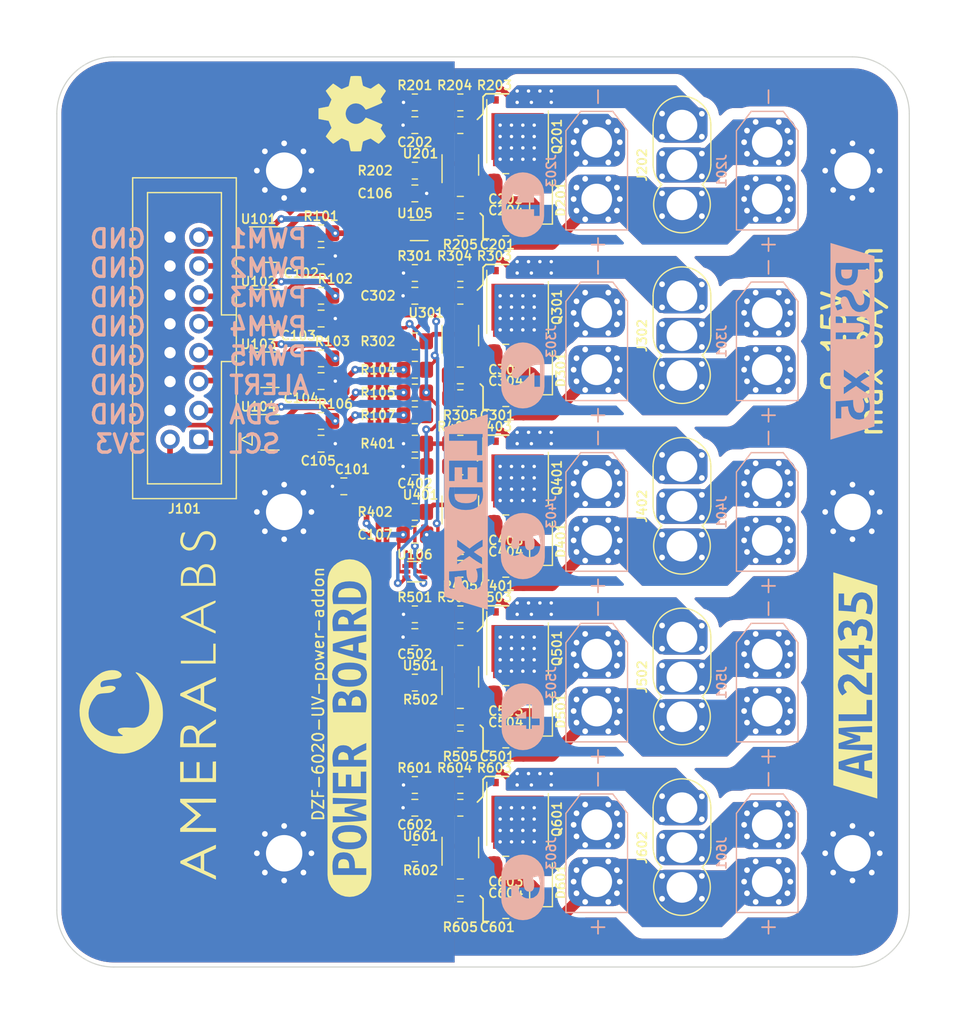
<source format=kicad_pcb>
(kicad_pcb (version 20211014) (generator pcbnew)
  (layers (0 "F.Cu" signal) (31 "B.Cu" signal) (34 "B.Paste" user) (35 "F.Paste" user) (36 "B.SilkS" user "B.Silkscreen") (37 "F.SilkS" user "F.Silkscreen") (38 "B.Mask" user) (39 "F.Mask" user) (44 "Edge.Cuts" user))
  (net 0 "")
  (net 1 "3V3")
  (net 2 "PWM1")
  (net 3 "PWM2")
  (net 4 "PWM3")
  (net 5 "PWM4")
  (net 6 "PWM5")
  (net 7 "SDA")
  (net 8 "SCL")
  (net 9 "GND")
  (net 10 "/pwr_ch1/Vcc")
  (net 11 "/pwr_ch1/OUT-")
  (net 12 "/pwr_ch2/Vcc")
  (net 13 "/pwr_ch2/OUT-")
  (net 14 "/pwr_ch1/IN-")
  (net 15 "/pwr_ch2/IN-")
  (net 16 "Net-(C102-Pad1)")
  (net 17 "Net-(C103-Pad1)")
  (net 18 "Net-(C104-Pad1)")
  (net 19 "/pwr_ch1/PGND")
  (net 20 "/pwr_ch1/snub")
  (net 21 "/pwr_ch2/PGND")
  (net 22 "/pwr_ch2/snub")
  (net 23 "/pwr_ch3/Vcc")
  (net 24 "/pwr_ch3/PGND")
  (net 25 "/pwr_ch3/snub")
  (net 26 "/pwr_ch3/OUT-")
  (net 27 "/pwr_ch4/Vcc")
  (net 28 "/pwr_ch4/PGND")
  (net 29 "/pwr_ch4/snub")
  (net 30 "/pwr_ch4/OUT-")
  (net 31 "/pwr_ch5/Vcc")
  (net 32 "/pwr_ch5/PGND")
  (net 33 "/pwr_ch5/snub")
  (net 34 "/pwr_ch5/OUT-")
  (net 35 "ALERT")
  (net 36 "/pwr_ch3/IN-")
  (net 37 "/pwr_ch4/IN-")
  (net 38 "/pwr_ch5/IN-")
  (net 39 "/pwr_ch1/gate")
  (net 40 "/pwr_ch2/gate")
  (net 41 "/pwr_ch3/gate")
  (net 42 "/pwr_ch4/gate")
  (net 43 "/pwr_ch5/gate")
  (net 44 "/pwr_ch1/PWM")
  (net 45 "/pwr_ch2/PWM")
  (net 46 "Net-(R104-Pad1)")
  (net 47 "/pwr_ch3/PWM")
  (net 48 "/pwr_ch4/PWM")
  (net 49 "Net-(R107-Pad1)")
  (net 50 "/pwr_ch5/PWM")
  (net 51 "/ALERT_P")
  (net 52 "/SDA_P")
  (net 53 "/SCL_P")
  (net 54 "Net-(R105-Pad1)")
  (net 55 "Net-(R202-Pad2)")
  (net 56 "Net-(R203-Pad1)")
  (net 57 "Net-(R302-Pad2)")
  (net 58 "Net-(R303-Pad1)")
  (net 59 "Net-(R402-Pad2)")
  (net 60 "Net-(R403-Pad1)")
  (net 61 "Net-(R502-Pad2)")
  (net 62 "Net-(R503-Pad1)")
  (net 63 "Net-(R602-Pad2)")
  (net 64 "Net-(R603-Pad1)")
  (net 65 "Net-(C105-Pad1)")
  (footprint "Resistor_SMD:R_0805_2012Metric_Pad1.20x1.40mm_HandSolder" (layer "F.Cu") (at 135.5 55)
    (fp_text reference "R104")
    (fp_text value "100R")
  )
  (footprint "Resistor_SMD:R_0805_2012Metric_Pad1.20x1.40mm_HandSolder" (layer "F.Cu") (at 127.2475 43)
    (fp_text reference "R101")
    (fp_text value "1K")
  )
  (footprint "Resistor_SMD:R_0805_2012Metric_Pad1.20x1.40mm_HandSolder" (layer "F.Cu") (at 135.5 97.5)
    (fp_text reference "R602")
    (fp_text value "100R")
  )
  (footprint "Resistor_SMD:R_0805_2012Metric_Pad1.20x1.40mm_HandSolder" (layer "F.Cu") (at 135.5 76.5)
    (fp_text reference "R501")
    (fp_text value "10K")
  )
  (footprint "Resistor_SMD:R_0805_2012Metric_Pad1.20x1.40mm_HandSolder" (layer "F.Cu") (at 135.5 82.5)
    (fp_text reference "R502")
    (fp_text value "100R")
  )
  (footprint "Resistor_SMD:R_0805_2012Metric_Pad1.20x1.40mm_HandSolder" (layer "F.Cu") (at 139.5 33.5)
    (fp_text reference "R203")
    (fp_text value "43R")
  )
  (footprint "Capacitor_SMD:C_0805_2012Metric_Pad1.18x1.45mm_HandSolder" (layer "F.Cu") (at 143.5 53.5)
    (fp_text reference "C303")
    (fp_text value "100n")
  )
  (footprint "Capacitor_SMD:C_0805_2012Metric_Pad1.18x1.45mm_HandSolder" (layer "F.Cu") (at 127.2475 45)
    (fp_text reference "C102")
    (fp_text value "100n")
  )
  (footprint "Resistor_SMD:R_0805_2012Metric_Pad1.20x1.40mm_HandSolder" (layer "F.Cu") (at 127.2475 59.5)
    (fp_text reference "R106")
    (fp_text value "1K")
  )
  (footprint "-local:MR30-F" (layer "F.Cu") (at 159 85.5 -90)
    (fp_text reference "J502")
    (fp_text value "METER")
  )
  (footprint "Capacitor_SMD:C_0805_2012Metric_Pad1.18x1.45mm_HandSolder" (layer "F.Cu") (at 135.5 48.5 180)
    (fp_text reference "C302")
    (fp_text value "100n")
  )
  (footprint "Resistor_SMD:R_0805_2012Metric_Pad1.20x1.40mm_HandSolder" (layer "F.Cu") (at 135.5 31.5)
    (fp_text reference "R201")
    (fp_text value "10K")
  )
  (footprint "Capacitor_SMD:C_0805_2012Metric_Pad1.18x1.45mm_HandSolder" (layer "F.Cu") (at 127.2475 56)
    (fp_text reference "C104")
    (fp_text value "100n")
  )
  (footprint "Resistor_SMD:R_0805_2012Metric_Pad1.20x1.40mm_HandSolder" (layer "F.Cu") (at 139.5 91.5 180)
    (fp_text reference "R604")
    (fp_text value "10K")
  )
  (footprint "Capacitor_SMD:C_0805_2012Metric_Pad1.18x1.45mm_HandSolder" (layer "F.Cu") (at 143.5 57.5 180)
    (fp_text reference "C304")
    (fp_text value "DNP")
  )
  (footprint "Diode_SMD:D_SOD-123F" (layer "F.Cu") (at 146.6 55 90)
    (fp_text reference "D301")
    (fp_text value "DS14W")
  )
  (footprint "Diode_SMD:D_SOD-123F" (layer "F.Cu") (at 146.6 70 90)
    (fp_text reference "D401")
    (fp_text value "DS14W")
  )
  (footprint "Capacitor_SMD:C_0805_2012Metric_Pad1.18x1.45mm_HandSolder" (layer "F.Cu") (at 143.5 68.5)
    (fp_text reference "C403")
    (fp_text value "100n")
  )
  (footprint "Capacitor_SMD:C_0805_2012Metric_Pad1.18x1.45mm_HandSolder" (layer "F.Cu") (at 139.5 100.5)
    (fp_text reference "C601")
    (fp_text value "100n")
  )
  (footprint "Resistor_SMD:R_0805_2012Metric_Pad1.20x1.40mm_HandSolder" (layer "F.Cu") (at 139.5 78.5)
    (fp_text reference "R503")
    (fp_text value "43R")
  )
  (footprint "-local:AO_DFN-8-1EP_5.55x5.2mm_P1.27mm_EP4.12x4.6mm" (layer "F.Cu") (at 144.535 64.035 -90)
    (fp_text reference "Q401")
    (fp_text value "AON6144")
  )
  (footprint "Capacitor_SMD:C_0805_2012Metric_Pad1.18x1.45mm_HandSolder" (layer "F.Cu") (at 143.5 83.5)
    (fp_text reference "C503")
    (fp_text value "100n")
  )
  (footprint "Resistor_SMD:R_0805_2012Metric_Pad1.20x1.40mm_HandSolder" (layer "F.Cu") (at 139.5 76.5 180)
    (fp_text reference "R504")
    (fp_text value "10K")
  )
  (footprint "-local:MR30-F" (layer "F.Cu") (at 159 40.5 -90)
    (fp_text reference "J202")
    (fp_text value "METER")
  )
  (footprint "Capacitor_SMD:C_0805_2012Metric_Pad1.18x1.45mm_HandSolder" (layer "F.Cu") (at 127.2475 50.5)
    (fp_text reference "C103")
    (fp_text value "100n")
  )
  (footprint "Package_TO_SOT_SMD:SOT-23-5_HandSoldering" (layer "F.Cu") (at 139.5 97 90)
    (fp_text reference "U601")
    (fp_text value "UCC27517DBVR")
  )
  (footprint "Capacitor_SMD:C_0805_2012Metric_Pad1.18x1.45mm_HandSolder" (layer "F.Cu") (at 135.5 78.5 180)
    (fp_text reference "C502")
    (fp_text value "100n")
  )
  (footprint "Package_TO_SOT_SMD:SOT-23-5_HandSoldering" (layer "F.Cu") (at 139.5 82 90)
    (fp_text reference "U501")
    (fp_text value "UCC27517DBVR")
  )
  (footprint "Package_TO_SOT_SMD:SOT-23-6" (layer "F.Cu") (at 122.7475 44)
    (fp_text reference "U101")
    (fp_text value "USBLC6-2SC6")
  )
  (footprint "Capacitor_SMD:C_0805_2012Metric_Pad1.18x1.45mm_HandSolder" (layer "F.Cu") (at 143.5 42.5 180)
    (fp_text reference "C204")
    (fp_text value "DNP")
  )
  (footprint "Diode_SMD:D_SOD-123F" (layer "F.Cu") (at 146.6 40 90)
    (fp_text reference "D201")
    (fp_text value "DS14W")
  )
  (footprint "-local:AO_DFN-8-1EP_5.55x5.2mm_P1.27mm_EP4.12x4.6mm" (layer "F.Cu") (at 144.535 49.035 -90)
    (fp_text reference "Q301")
    (fp_text value "AON6144")
  )
  (footprint "Capacitor_SMD:C_0805_2012Metric_Pad1.18x1.45mm_HandSolder" (layer "F.Cu") (at 135.5 63.5 180)
    (fp_text reference "C402")
    (fp_text value "100n")
  )
  (footprint "Resistor_SMD:R_0805_2012Metric_Pad1.20x1.40mm_HandSolder" (layer "F.Cu") (at 135.5 91.5)
    (fp_text reference "R601")
    (fp_text value "10K")
  )
  (footprint "Resistor_SMD:R_0805_2012Metric_Pad1.20x1.40mm_HandSolder" (layer "F.Cu") (at 139.5 48.5)
    (fp_text reference "R303")
    (fp_text value "43R")
  )
  (footprint "-local:MR30-F" (layer "F.Cu") (at 159 100.5 -90)
    (fp_text reference "J602")
    (fp_text value "METER")
  )
  (footprint "Resistor_SMD:R_0805_2012Metric_Pad1.20x1.40mm_HandSolder" (layer "F.Cu") (at 139.5 102.5 180)
    (fp_text reference "R605")
    (fp_text value "0")
  )
  (footprint "Resistor_SMD:R_0805_2012Metric_Pad1.20x1.40mm_HandSolder" (layer "F.Cu") (at 139.5 63.5)
    (fp_text reference "R403")
    (fp_text value "43R")
  )
  (footprint "Capacitor_SMD:C_0805_2012Metric_Pad1.18x1.45mm_HandSolder" (layer "F.Cu") (at 139.5 85.5)
    (fp_text reference "C501")
    (fp_text value "100n")
  )
  (footprint "Capacitor_SMD:C_0805_2012Metric_Pad1.18x1.45mm_HandSolder" (layer "F.Cu") (at 139.5 55.5)
    (fp_text reference "C301")
    (fp_text value "100n")
  )
  (footprint "Package_TO_SOT_SMD:SOT-563" (layer "F.Cu") (at 135.5 72.75 180)
    (fp_text reference "U106")
    (fp_text value "TMP102AIDRLR")
  )
  (footprint "Resistor_SMD:R_0805_2012Metric_Pad1.20x1.40mm_HandSolder" (layer "F.Cu") (at 139.5 46.5 180)
    (fp_text reference "R304")
    (fp_text value "10K")
  )
  (footprint "MountingHole:MountingHole_3.2mm_M3_Pad_Via" (layer "F.Cu") (at 174 97.5)
    (fp_text reference "H104" hide)
    (fp_text value "MountingHole_Pad")
  )
  (footprint "Capacitor_SMD:C_0805_2012Metric_Pad1.18x1.45mm_HandSolder" (layer "F.Cu") (at 143.5 102.5 180)
    (fp_text reference "C604")
    (fp_text value "DNP")
  )
  (footprint "Diode_SMD:D_SOD-123F" (layer "F.Cu") (at 146.6 85 90)
    (fp_text reference "D501")
    (fp_text value "DS14W")
  )
  (footprint "Resistor_SMD:R_0805_2012Metric_Pad1.20x1.40mm_HandSolder" (layer "F.Cu") (at 135.5 52.5)
    (fp_text reference "R302")
    (fp_text value "100R")
  )
  (footprint "Capacitor_SMD:C_0805_2012Metric_Pad1.18x1.45mm_HandSolder" (layer "F.Cu") (at 143.5 38.5)
    (fp_text reference "C203")
    (fp_text value "100n")
  )
  (footprint "MountingHole:MountingHole_3.2mm_M3_Pad_Via" (layer "F.Cu") (at 124 97.5)
    (fp_text reference "H102" hide)
    (fp_text value "MountingHole_Pad")
  )
  (footprint "Capacitor_SMD:C_0805_2012Metric_Pad1.18x1.45mm_HandSolder" (layer "F.Cu") (at 139.5 40.5)
    (fp_text reference "C201")
    (fp_text value "100n")
  )
  (footprint "-local:AO_DFN-8-1EP_5.55x5.2mm_P1.27mm_EP4.12x4.6mm" (layer "F.Cu") (at 144.535 79.035 -90)
    (fp_text reference "Q501")
    (fp_text value "AON6144")
  )
  (footprint "Resistor_SMD:R_0805_2012Metric_Pad1.20x1.40mm_HandSolder" (layer "F.Cu") (at 135.5 61.5)
    (fp_text reference "R401")
    (fp_text value "10K")
  )
  (footprint "Resistor_SMD:R_0805_2012Metric_Pad1.20x1.40mm_HandSolder" (layer "F.Cu") (at 139.5 57.5 180)
    (fp_text reference "R305")
    (fp_text value "0")
  )
  (footprint "-local:MR30-F" (layer "F.Cu") (at 159 70.5 -90)
    (fp_text reference "J402")
    (fp_text value "METER")
  )
  (footprint "Resistor_SMD:R_0805_2012Metric_Pad1.20x1.40mm_HandSolder" (layer "F.Cu") (at 139.5 87.5 180)
    (fp_text reference "R505")
    (fp_text value "0")
  )
  (footprint "Resistor_SMD:R_0805_2012Metric_Pad1.20x1.40mm_HandSolder" (layer "F.Cu") (at 135.5 46.5)
    (fp_text reference "R301")
    (fp_text value "10K")
  )
  (footprint "MountingHole:MountingHole_3.2mm_M3_Pad_Via" (layer "F.Cu") (at 124 37.5)
    (fp_text reference "H106" hide)
    (fp_text value "MountingHole_Pad")
  )
  (footprint "Capacitor_SMD:C_0805_2012Metric_Pad1.18x1.45mm_HandSolder" (layer "F.Cu") (at 143.5 87.5 180)
    (fp_text reference "C504")
    (fp_text value "DNP")
  )
  (footprint "Resistor_SMD:R_0805_2012Metric_Pad1.20x1.40mm_HandSolder" (layer "F.Cu") (at 135.5 67.5)
    (fp_text reference "R402")
    (fp_text value "100R")
  )
  (footprint "Resistor_SMD:R_0805_2012Metric_Pad1.20x1.40mm_HandSolder" (layer "F.Cu") (at 139.5 31.5 180)
    (fp_text reference "R204")
    (fp_text value "10K")
  )
  (footprint "Connector_IDC:IDC-Header_2x08_P2.54mm_Vertical" (layer "F.Cu") (at 116.5 61.12 180)
    (fp_text reference "J101")
    (fp_text value "IDC 2x8")
  )
  (footprint "Resistor_SMD:R_0805_2012Metric_Pad1.20x1.40mm_HandSolder" (layer "F.Cu") (at 127.2475 54)
    (fp_text reference "R103")
    (fp_text value "1K")
  )
  (footprint "Capacitor_SMD:C_0805_2012Metric_Pad1.18x1.45mm_HandSolder" (layer "F.Cu") (at 143.5 98.5)
    (fp_text reference "C603")
    (fp_text value "100n")
  )
  (footprint "Resistor_SMD:R_0805_2012Metric_Pad1.20x1.40mm_HandSolder" (layer "F.Cu") (at 135.5 57)
    (fp_text reference "R105")
    (fp_text value "100R")
  )
  (footprint "Resistor_SMD:R_0805_2012Metric_Pad1.20x1.40mm_HandSolder" (layer "F.Cu") (at 127.2475 48.5)
    (fp_text reference "R102")
    (fp_text value "1K")
  )
  (footprint "Package_TO_SOT_SMD:SOT-23-6" (layer "F.Cu") (at 122.7475 55)
    (fp_text reference "U103")
    (fp_text value "USBLC6-2SC6")
  )
  (footprint "Capacitor_SMD:C_0805_2012Metric_Pad1.18x1.45mm_HandSolder" (layer "F.Cu") (at 135.5 69.5)
    (fp_text reference "C107")
    (fp_text value "100n")
  )
  (footprint "Capacitor_SMD:C_0805_2012Metric_Pad1.18x1.45mm_HandSolder" (layer "F.Cu") (at 143.5 72.5 180)
    (fp_text reference "C404")
    (fp_text value "DNP")
  )
  (footprint "Resistor_SMD:R_0805_2012Metric_Pad1.20x1.40mm_HandSolder" (layer "F.Cu") (at 135.5 59)
    (fp_text reference "R107")
    (fp_text value "100R")
  )
  (footprint "Resistor_SMD:R_0805_2012Metric_Pad1.20x1.40mm_HandSolder" (layer "F.Cu") (at 139.5 93.5)
    (fp_text reference "R603")
    (fp_text value "43R")
  )
  (footprint "kibuzzard-66D16323" (layer "F.Cu") (at 174.25 82.75 90)
    (fp_text reference "kibuzzard-66D16323" hide)
    (fp_text value "G***" hide)
  )
  (footprint "-local:AO_DFN-8-1EP_5.55x5.2mm_P1.27mm_EP4.12x4.6mm" (layer "F.Cu") (at 144.535 34.035 -90)
    (fp_text reference "Q201")
    (fp_text value "AON6144")
  )
  (footprint "Package_TO_SOT_SMD:SOT-23-5_HandSoldering" (layer "F.Cu") (at 139.5 67 90)
    (fp_text reference "U401")
    (fp_text value "UCC27517DBVR")
  )
  (footprint "Package_TO_SOT_SMD:SOT-23-6" (layer "F.Cu") (at 122.7475 49.5)
    (fp_text reference "U102")
    (fp_text value "USBLC6-2SC6")
  )
  (footprint "Resistor_SMD:R_0805_2012Metric_Pad1.20x1.40mm_HandSolder" (layer "F.Cu") (at 135.5 37.5)
    (fp_text reference "R202")
    (fp_text value "100R")
  )
  (footprint "Resistor_SMD:R_0805_2012Metric_Pad1.20x1.40mm_HandSolder" (layer "F.Cu") (at 139.5 61.5 180)
    (fp_text reference "R404")
    (fp_text value "10K")
  )
  (footprint "kibuzzard-66D08EDB" (layer "F.Cu") (at 129.75 86.5 90)
    (fp_text reference "kibuzzard-66D08EDB" hide)
    (fp_text value "G***" hide)
  )
  (footprint "Package_TO_SOT_SMD:SOT-23-6" (layer "F.Cu") (at 122.7475 60.5)
    (fp_text reference "U104")
    (fp_text value "USBLC6-2SC6")
  )
  (footprint "MountingHole:MountingHole_3.2mm_M3_Pad_Via" (layer "F.Cu") (at 124 67.5)
    (fp_text reference "H105" hide)
    (fp_text value "MountingHole_Pad")
  )
  (footprint "Capacitor_SMD:C_0805_2012Metric_Pad1.18x1.45mm_HandSolder" (layer "F.Cu") (at 135.5 33.5 180)
    (fp_text reference "C202")
    (fp_text value "100n")
  )
  (footprint "Capacitor_SMD:C_0805_2012Metric_Pad1.18x1.45mm_HandSolder" (layer "F.Cu") (at 139.5 70.5)
    (fp_text reference "C401")
    (fp_text value "100n")
  )
  (footprint "-local:MR30-F" (layer "F.Cu") (at 159 55.5 -90)
    (fp_text reference "J302")
    (fp_text value "METER")
  )
  (footprint "Capacitor_SMD:C_0805_2012Metric_Pad1.18x1.45mm_HandSolder" (layer "F.Cu") (at 135.5 39.5)
    (fp_text reference "C106")
    (fp_text value "100n")
  )
  (footprint "Package_TO_SOT_SMD:SOT-23-5_HandSoldering" (layer "F.Cu") (at 139.5 37 90)
    (fp_text reference "U201")
    (fp_text value "UCC27517DBVR")
  )
  (footprint "-local:AO_DFN-8-1EP_5.55x5.2mm_P1.27mm_EP4.12x4.6mm" (layer "F.Cu") (at 144.535 94.035 -90)
    (fp_text reference "Q601")
    (fp_text value "AON6144")
  )
  (footprint "Diode_SMD:D_SOD-123F" (layer "F.Cu") (at 146.6 100 90)
    (fp_text reference "D601")
    (fp_text value "DS14W")
  )
  (footprint "Symbol:OSHW-Symbol_6.7x6mm_SilkScreen" (layer "F.Cu") (at 130 32.5 90)
    (fp_text reference "G102" hide)
    (fp_text value "Logo_Open_Hardware_Large" hide)
  )
  (footprint "Resistor_SMD:R_0805_2012Metric_Pad1.20x1.40mm_HandSolder" (layer "F.Cu") (at 139.5 72.5 180)
    (fp_text reference "R405")
    (fp_text value "0")
  )
  (footprint "Package_TO_SOT_SMD:SOT-23-5_HandSoldering" (layer "F.Cu") (at 139.5 52 90)
    (fp_text reference "U301")
    (fp_text value "UCC27517DBVR")
  )
  (footprint "Capacitor_SMD:C_0805_2012Metric_Pad1.18x1.45mm_HandSolder" (layer "F.Cu") (at 127.2475 61.5)
    (fp_text reference "C105")
    (fp_text value "100n")
  )
  (footprint "Resistor_SMD:R_0805_2012Metric_Pad1.20x1.40mm_HandSolder" (layer "F.Cu") (at 139.5 42.5 180)
    (fp_text reference "R205")
    (fp_text value "0")
  )
  (footprint "-local:logo_ameralab_w_text_30x12_silk" (layer "F.Cu") (at 112 84.5 90)
    (fp_text reference "G101" hide)
    (fp_text value "logo_w_text" hide)
  )
  (footprint "Capacitor_SMD:C_0805_2012Metric_Pad1.18x1.45mm_HandSolder" (layer "F.Cu") (at 129.25 65.25)
    (fp_text reference "C101")
    (fp_text value "100n")
  )
  (footprint "Capacitor_SMD:C_0805_2012Metric_Pad1.18x1.45mm_HandSolder" (layer "F.Cu") (at 135.5 93.5 180)
    (fp_text reference "C602")
    (fp_text value "100n")
  )
  (footprint "Package_TO_SOT_SMD:SOT-563" (layer "F.Cu") (at 135.75 42.75 180)
    (fp_text reference "U105")
    (fp_text value "TMP102AIDRLR")
  )
  (footprint "MountingHole:MountingHole_3.2mm_M3_Pad_Via" (layer "F.Cu") (at 174 67.5)
    (fp_text reference "H103" hide)
    (fp_text value "MountingHole_Pad")
  )
  (footprint "MountingHole:MountingHole_3.2mm_M3_Pad_Via" (layer "F.Cu") (at 174 37.5)
    (fp_text reference "H101" hide)
    (fp_text value "MountingHole_Pad")
  )
  (footprint "kibuzzard-66D17DB9" (layer "B.Cu") (at 145 85.5 -90)
    (fp_text reference "kibuzzard-66D17DB9" hide)
    (fp_text value "G***" hide)
  )
  (footprint "-local:XT30U-F" (layer "B.Cu") (at 151.5 80 -90)
    (fp_text reference "J503")
    (fp_text value "XT-OUT")
  )
  (footprint "-local:XT30U-M" (layer "B.Cu") (at 166.5 35 -90)
    (fp_text reference "J201")
    (fp_text value "XT-IN")
  )
  (footprint "-local:XT30U-F" (layer "B.Cu") (at 151.5 50 -90)
    (fp_text reference "J303")
    (fp_text value "XT-OUT")
  )
  (footprint "kibuzzard-66D17DC1" (layer "B.Cu") (at 145 70.5 -90)
    (fp_text reference "kibuzzard-66D17DC1" hide)
    (fp_text value "G***" hide)
  )
  (footprint "kibuzzard-66D17D14" (layer "B.Cu") (at 140 67.5 -90)
    (fp_text reference "kibuzzard-66D17D14" hide)
    (fp_text value "G***" hide)
  )
  (footprint "-local:XT30U-F" (layer "B.Cu") (at 151.5 35 -90)
    (fp_text reference "J203")
    (fp_text value "XT-OUT")
  )
  (footprint "-local:XT30U-M" (layer "B.Cu") (at 166.5 80 -90)
    (fp_text reference "J501")
    (fp_text value "XT-IN")
  )
  (footprint "-local:XT30U-M" (layer "B.Cu") (at 166.5 95 -90)
    (fp_text reference "J601")
    (fp_text value "XT-IN")
  )
  (footprint "kibuzzard-66D17DB1" (layer "B.Cu") (at 145 100.5 -90)
    (fp_text reference "kibuzzard-66D17DB1" hide)
    (fp_text value "G***" hide)
  )
  (footprint "-local:XT30U-F" (layer "B.Cu") (at 151.5 95 -90)
    (fp_text reference "J603")
    (fp_text value "XT-OUT")
  )
  (footprint "kibuzzard-66D17CEB" (layer "B.Cu") (at 174 52.5 -90)
    (fp_text reference "kibuzzard-66D17CEB" hide)
    (fp_text value "G***" hide)
  )
  (footprint "-local:XT30U-M" (layer "B.Cu") (at 166.5 65 -90)
    (fp_text reference "J401")
    (fp_text value "XT-IN")
  )
  (footprint "kibuzzard-66D17D7D" (layer "B.Cu") (at 145 40.5 -90)
    (fp_text reference "kibuzzard-66D17D7D" hide)
    (fp_text value "G***" hide)
  )
  (footprint "-local:XT30U-M" (layer "B.Cu") (at 166.5 50 -90)
    (fp_text reference "J301")
    (fp_text value "XT-IN")
  )
  (footprint "-local:XT30U-F" (layer "B.Cu") (at 151.5 65 -90)
    (fp_text reference "J403")
    (fp_text value "XT-OUT")
  )
  (footprint "kibuzzard-66D17DC7" (layer "B.Cu") (at 145 55.5 -90)
    (fp_text reference "kibuzzard-66D17DC7" hide)
    (fp_text value "G***" hide)
  )
  (gr_line (start 141.5 62.5) (end 141 63) (layer "F.SilkS") (width 0.15))
  (gr_line (start 141.5 43.5) (end 141.5 41.5) (layer "F.SilkS") (width 0.15))
  (gr_line (start 141.5 71.5) (end 141.25 71.25) (layer "F.SilkS") (width 0.15))
  (gr_line (start 141.5 46) (end 141.5 47.5) (layer "F.SilkS") (width 0.15))
  (gr_line (start 141.5 58.5) (end 141.5 56.5) (layer "F.SilkS") (width 0.15))
  (gr_line (start 141.75 30.75) (end 141.5 31) (layer "F.SilkS") (width 0.15))
  (gr_line (start 141.5 61) (end 141.5 62.5) (layer "F.SilkS") (width 0.15))
  (gr_line (start 142 58.5) (end 141.5 58.5) (layer "F.SilkS") (width 0.15))
  (gr_line (start 143.75 75.75) (end 141.75 75.75) (layer "F.SilkS") (width 0.15))
  (gr_line (start 141.5 88.5) (end 141.5 86.5) (layer "F.SilkS") (width 0.15))
  (gr_line (start 143.75 60.75) (end 141.75 60.75) (layer "F.SilkS") (width 0.15))
  (gr_line (start 141.75 75.75) (end 141.5 76) (layer "F.SilkS") (width 0.15))
  (gr_line (start 141.5 77.5) (end 141 78) (layer "F.SilkS") (width 0.15))
  (gr_line (start 143.75 45.75) (end 141.75 45.75) (layer "F.SilkS") (width 0.15))
  (gr_line (start 141.5 32.5) (end 141 33) (layer "F.SilkS") (width 0.15))
  (gr_line (start 141.5 86.5) (end 141.25 86.25) (layer "F.SilkS") (width 0.15))
  (gr_line (start 142 88.5) (end 141.5 88.5) (layer "F.SilkS") (width 0.15))
  (gr_line (start 143.75 30.75) (end 141.75 30.75) (layer "F.SilkS") (width 0.15))
  (gr_line (start 141.5 101.5) (end 141.25 101.25) (layer "F.SilkS") (width 0.15))
  (gr_line (start 141.75 90.75) (end 141.5 91) (layer "F.SilkS") (width 0.15))
  (gr_line (start 141.5 103.5) (end 141.5 101.5) (layer "F.SilkS") (width 0.15))
  (gr_line (start 143.75 90.75) (end 141.75 90.75) (layer "F.SilkS") (width 0.15))
  (gr_line (start 142 103.5) (end 141.5 103.5) (layer "F.SilkS") (width 0.15))
  (gr_line (start 142 73.5) (end 141.5 73.5) (layer "F.SilkS") (width 0.15))
  (gr_line (start 141.5 31) (end 141.5 32.5) (layer "F.SilkS") (width 0.15))
  (gr_line (start 141.5 47.5) (end 141 48) (layer "F.SilkS") (width 0.15))
  (gr_line (start 141.5 73.5) (end 141.5 71.5) (layer "F.SilkS") (width 0.15))
  (gr_line (start 142 43.5) (end 141.5 43.5) (layer "F.SilkS") (width 0.15))
  (gr_line (start 141.5 91) (end 141.5 92.5) (layer "F.SilkS") (width 0.15))
  (gr_line (start 141.75 60.75) (end 141.5 61) (layer "F.SilkS") (width 0.15))
  (gr_line (start 141.5 56.5) (end 141.25 56.25) (layer "F.SilkS") (width 0.15))
  (gr_line (start 141.5 41.5) (end 141.25 41.25) (layer "F.SilkS") (width 0.15))
  (gr_line (start 141.75 45.75) (end 141.5 46) (layer "F.SilkS") (width 0.15))
  (gr_line (start 141.5 76) (end 141.5 77.5) (layer "F.SilkS") (width 0.15))
  (gr_line (start 141.5 92.5) (end 141 93) (layer "F.SilkS") (width 0.15))
  (gr_arc (start 179 102.5) (mid 177.535534 106.035534) (end 174 107.5) (layer "Edge.Cuts") (width 0.1))
  (gr_arc (start 174 27.5) (mid 177.535534 28.964466) (end 179 32.5) (layer "Edge.Cuts") (width 0.1))
  (gr_line (start 104 102.5) (end 104 32.5) (layer "Edge.Cuts") (width 0.1))
  (gr_line (start 174 107.5) (end 109 107.5) (layer "Edge.Cuts") (width 0.1))
  (gr_arc (start 104 32.5) (mid 105.464466 28.964466) (end 109 27.5) (layer "Edge.Cuts") (width 0.1))
  (gr_line (start 179 32.5) (end 179 102.5) (layer "Edge.Cuts") (width 0.1))
  (gr_arc (start 109 107.5) (mid 105.464466 106.035534) (end 104 102.5) (layer "Edge.Cuts") (width 0.1))
  (gr_line (start 109 27.5) (end 174 27.5) (layer "Edge.Cuts") (width 0.1))
  (gr_text "GND\nGND\nGND\nGND\nGND\nGND\nGND\n3V3" (at 112 52.5) (layer "B.SilkS") (effects (font (size 1.6 1.6) (thickness 0.3)) (justify left mirror)))
  (gr_text "PWM1\nPWM2\nPWM3\nPWM4\nPWM5\nALERT\nSDA\nSCL\n" (at 119 52.5) (layer "B.SilkS") (effects (font (size 1.6 1.6) (thickness 0.3)) (justify right mirror)))
  (gr_text "DZF-6020-UV-power-addon" (at 127 83.5 90) (layer "F.SilkS") (effects (font (size 1 1))))
  (gr_text "9~15V\nmax 8A/ch" (at 174 52.5 90) (layer "F.SilkS") (effects (font (size 2 2) (thickness 0.3))))
  (segment (start 135 42.75) (end 135 42.25) (width 0.3) (layer "F.Cu") (net 1))
  (segment (start 130.9625 43) (end 134.4625 39.5) (width 0.5) (layer "F.Cu") (net 1))
  (segment (start 113.96 63.21) (end 113.96 61.12) (width 0.5) (layer "F.Cu") (net 1))
  (segment (start 123.75 41.75) (end 123.673972 41.75) (width 0.5) (layer "F.Cu") (net 1))
  (segment (start 123.69505 62.25) (end 122.75 62.25) (width 0.5) (layer "F.Cu") (net 1))
  (segment (start 122.75 42.673972) (end 122.75 47.25) (width 0.5) (layer "F.Cu") (net 1))
  (segment (start 123.75 47.25) (end 122.75 47.25) (width 0.5) (layer "F.Cu") (net 1))
  (segment (start 123.75 52.75) (end 122.75 52.75) (width 0.5) (layer "F.Cu") (net 1))
  (segment (start 131.25 68.5) (end 131.25 66.25) (width 0.5) (layer "F.Cu") (net 1))
  (segment (start 134.09 69.8725) (end 134.4625 69.5) (width 0.3) (layer "F.Cu") (net 1))
  (segment (start 122.75 58.25) (end 122.75 58) (width 0.5) (layer "F.Cu") (net 1))
  (segment (start 134.4625 39.5) (end 134.4625 40.9625) (width 0.5) (layer "F.Cu") (net 1))
  (segment (start 135 41.5) (end 135 42.25) (width 0.5) (layer "F.Cu") (net 1))
  (segment (start 134.75 72.75) (end 134.11 72.75) (width 0.3) (layer "F.Cu") (net 1))
  (segment (start 122.75 58) (end 122.75 62.25) (width 0.5) (layer "F.Cu") (net 1))
  (segment (start 124.94505 63.5) (end 123.69505 62.25) (width 0.5) (layer "F.Cu") (net 1))
  (segment (start 134.11 72.75) (end 134.09 72.73) (width 0.3) (layer "F.Cu") (net 1))
  (segment (start 134.4625 40.9625) (end 135 41.5) (width 0.5) (layer "F.Cu") (net 1))
  (segment (start 121 64) (end 114.75 64) (width 0.5) (layer "F.Cu") (net 1))
  (segment (start 114.75 64) (end 113.96 63.21) (width 0.5) (layer "F.Cu") (net 1))
  (segment (start 123.673972 41.75) (end 122.75 42.673972) (width 0.5) (layer "F.Cu") (net 1))
  (segment (start 134.09 72.73) (end 134.09 69.8725) (width 0.3) (layer "F.Cu") (net 1))
  (segment (start 128.5 43) (end 130.9625 43) (width 0.5) (layer "F.Cu") (net 1))
  (segment (start 128.5 63.5) (end 124.94505 63.5) (width 0.5) (layer "F.Cu") (net 1))
  (segment (start 123.75 58.25) (end 122.75 58.25) (width 0.5) (layer "F.Cu") (net 1))
  (segment (start 122.75 47.25) (end 122.75 52.75) (width 0.5) (layer "F.Cu") (net 1))
  (segment (start 131.25 66.25) (end 128.5 63.5) (width 0.5) (layer "F.Cu") (net 1))
  (segment (start 122.75 52.75) (end 122.75 58) (width 0.5) (layer "F.Cu") (net 1))
  (segment (start 122.75 62.25) (end 121 64) (width 0.5) (layer "F.Cu") (net 1))
  (via (at 128.5 54) (size 0.7) (drill 0.3) (layers "F.Cu" "B.Cu") (net 1))
  (via (at 128.5 59.5) (size 0.7) (drill 0.3) (layers "F.Cu" "B.Cu") (net 1))
  (via (at 134.4625 69.5) (size 0.7) (drill 0.3) (layers "F.Cu" "B.Cu") (net 1))
  (via (at 128.5 48.5) (size 0.7) (drill 0.3) (layers "F.Cu" "B.Cu") (net 1))
  (via (at 123.75 47.25) (size 0.7) (drill 0.3) (layers "F.Cu" "B.Cu") (net 1))
  (via (at 123.75 52.75) (size 0.7) (drill 0.3) (layers "F.Cu" "B.Cu") (net 1))
  (via (at 128.5 43) (size 0.7) (drill 0.3) (layers "F.Cu" "B.Cu") (net 1))
  (via (at 131.25 68.5) (size 0.7) (drill 0.3) (layers "F.Cu" "B.Cu") (net 1))
  (via (at 123.75 41.75) (size 0.7) (drill 0.3) (layers "F.Cu" "B.Cu") (net 1))
  (via (at 123.75 58.25) (size 0.7) (drill 0.3) (layers "F.Cu" "B.Cu") (net 1))
  (segment (start 128.5 54) (end 127.25 52.75) (width 0.5) (layer "B.Cu") (net 1))
  (segment (start 134.4625 69.5) (end 132.25 69.5) (width 0.5) (layer "B.Cu") (net 1))
  (segment (start 132.25 69.5) (end 131.25 68.5) (width 0.5) (layer "B.Cu") (net 1))
  (segment (start 127.25 58.25) (end 123.75 58.25) (width 0.5) (layer "B.Cu") (net 1))
  (segment (start 127.25 41.75) (end 123.75 41.75) (width 0.5) (layer "B.Cu") (net 1))
  (segment (start 127.25 47.25) (end 123.75 47.25) (width 0.5) (layer "B.Cu") (net 1))
  (segment (start 128.5 59.5) (end 127.25 58.25) (width 0.5) (layer "B.Cu") (net 1))
  (segment (start 128.5 48.5) (end 127.25 47.25) (width 0.5) (layer "B.Cu") (net 1))
  (segment (start 128.5 43) (end 127.25 41.75) (width 0.5) (layer "B.Cu") (net 1))
  (segment (start 127.25 52.75) (end 123.75 52.75) (width 0.5) (layer "B.Cu") (net 1))
  (segment (start 116.5 43.34) (end 116.79 43.05) (width 0.5) (layer "F.Cu") (net 2))
  (segment (start 116.79 43.05) (end 121.61 43.05) (width 0.5) (layer "F.Cu") (net 2))
  (segment (start 119.3 44.95) (end 121.61 44.95) (width 0.5) (layer "F.Cu") (net 3))
  (segment (start 118.37 45.88) (end 119.3 44.95) (width 0.5) (layer "F.Cu") (net 3))
  (segment (start 116.5 45.88) (end 118.37 45.88) (width 0.5) (layer "F.Cu") (net 3))
  (segment (start 116.5 48.42) (end 116.63 48.55) (width 0.5) (layer "F.Cu") (net 4))
  (segment (start 116.63 48.55) (end 121.61 48.55) (width 0.5) (layer "F.Cu") (net 4))
  (segment (start 118.54 50.96) (end 119.05 50.45) (width 0.5) (layer "F.Cu") (net 5))
  (segment (start 119.05 50.45) (end 121.61 50.45) (width 0.5) (layer "F.Cu") (net 5))
  (segment (start 116.5 50.96) (end 118.54 50.96) (width 0.5) (layer "F.Cu") (net 5))
  (segment (start 119 53.5) (end 119.55 54.05) (width 0.5) (layer "F.Cu") (net 6))
  (segment (start 119.55 54.05) (end 121.61 54.05) (width 0.5) (layer "F.Cu") (net 6))
  (segment (start 116.5 53.5) (end 119 53.5) (width 0.5) (layer "F.Cu") (net 6))
  (segment (start 118.455 58.58) (end 119.425 59.55) (width 0.5) (layer "F.Cu") (net 7))
  (segment (start 116.5 58.58) (end 118.455 58.58) (width 0.5) (layer "F.Cu") (net 7))
  (segment (start 119.425 59.55) (end 121.61 59.55) (width 0.5) (layer "F.Cu") (net 7))
  (segment (start 116.83 61.45) (end 121.61 61.45) (width 0.5) (layer "F.Cu") (net 8))
  (segment (start 116.5 61.12) (end 116.83 61.45) (width 0.5) (layer "F.Cu") (net 8))
  (segment (start 135.85 42.75) (end 135.84 42.74) (width 0.3) (layer "F.Cu") (net 9))
  (segment (start 118.75 55) (end 118.54 54.79) (width 0.4) (layer "F.Cu") (net 9))
  (segment (start 119 49.5) (end 118.83 49.67) (width 0.4) (layer "F.Cu") (net 9))
  (segment (start 134.5 48.4625) (end 134.4625 48.5) (width 0.5) (layer "F.Cu") (net 9))
  (segment (start 114.42 49.67) (end 113.96 49.21) (width 0.4) (layer "F.Cu") (net 9))
  (segment (start 135.84 40.1975) (end 136.5375 39.5) (width 0.3) (layer "F.Cu") (net 9))
  (segment (start 121.61 60.5) (end 117.999239 60.5) (width 0.4) (layer "F.Cu") (net 9))
  (segment (start 121.61 44) (end 118.75 44) (width 0.4) (layer "F.Cu") (net 9))
  (segment (start 113.96 43.34) (end 113.96 58.58) (width 1.5) (layer "F.Cu") (net 9))
  (segment (start 114.34 44.59) (end 113.96 44.21) (width 0.4) (layer "F.Cu") (net 9))
  (segment (start 134.5 31.5) (end 134.5 33.4625) (width 0.5) (layer "F.Cu") (net 9))
  (segment (start 113.96 49.21) (end 113.96 48.42) (width 0.4) (layer "F.Cu") (net 9))
  (segment (start 115.25 59.87) (end 113.96 58.58) (width 0.4) (layer "F.Cu") (net 9))
  (segment (start 118.54 54.79) (end 114.21 54.79) (width 0.4) (layer "F.Cu") (net 9))
  (segment (start 134.5 33.4625) (end 134.4625 33.5) (width 0.5) (layer "F.Cu") (net 9))
  (segment (start 136.5 42.75) (end 135.85 42.75) (width 0.3) (layer "F.Cu") (net 9))
  (segment (start 118.83 49.67) (end 114.42 49.67) (width 0.4) (layer "F.Cu") (net 9))
  (segment (start 136.25 72.75) (end 135.75 72.75) (width 0.3) (layer "F.Cu") (net 9))
  (segment (start 114.21 54.79) (end 113.96 55.04) (width 0.4) (layer "F.Cu") (net 9))
  (segment (start 135.84 42.74) (end 135.84 40.1975) (width 0.3) (layer "F.Cu") (net 9))
  (segment (start 135.25 72.25) (end 134.75 72.25) (width 0.3) (layer "F.Cu") (net 9))
  (segment (start 118.75 44) (end 118.16 44.59) (width 0.4) (layer "F.Cu") (net 9))
  (segment (start 134.5 61.5) (end 134.5 63.4625) (width 0.5) (layer "F.Cu") (net 9))
  (segment (start 134.5 78.4625) (end 134.4625 78.5) (width 0.5) (layer "F.Cu") (net 9))
  (segment (start 136.5375 70.9625) (end 136.5375 69.5) (width 0.3) (layer "F.Cu") (net 9))
  (segment (start 134.5 76.5) (end 134.5 78.4625) (width 0.5) (layer "F.Cu") (net 9))
  (segment (start 135.25 72.25) (end 136.5375 70.9625) (width 0.3) (layer "F.Cu") (net 9))
  (segment (start 135.75 72.75) (end 135.25 72.25) (width 0.3) (layer "F.Cu") (net 9))
  (segment (start 121.61 49.5) (end 119 49.5) (width 0.4) (layer "F.Cu") (net 9))
  (segment (start 134.5 46.5) (end 134.5 48.4625) (width 0.5) (layer "F.Cu") (net 9))
  (segment (start 117.999239 60.5) (end 117.369239 59.87) (width 0.4) (layer "F.Cu") (net 9))
  (segment (start 118.16 44.59) (end 114.34 44.59) (width 0.4) (layer "F.Cu") (net 9))
  (segment (start 117.369239 59.87) (end 115.25 59.87) (width 0.4) (layer "F.Cu") (net 9))
  (segment (start 113.96 55.04) (end 113.96 56.04) (width 0.4) (layer "F.Cu") (net 9))
  (segment (start 113.96 44.21) (end 113.96 43.34) (width 0.4) (layer "F.Cu") (net 9))
  (segment (start 134.5 93.4625) (end 134.4625 93.5) (width 0.5) (layer "F.Cu") (net 9))
  (segment (start 134.5 91.5) (end 134.5 93.4625) (width 0.5) (layer "F.Cu") (net 9))
  (segment (start 121.61 55) (end 118.75 55) (width 0.4) (layer "F.Cu") (net 9))
  (segment (start 134.5 63.4625) (end 134.4625 63.5) (width 0.5) (layer "F.Cu") (net 9))
  (via (at 128.25 65.25) (size 0.7) (drill 0.3) (layers "F.Cu" "B.Cu") (net 9))
  (via (at 136.5375 39.5) (size 0.7) (drill 0.3) (layers "F.Cu" "B.Cu") (net 9))
  (via (at 134.4625 63.5) (size 0.7) (drill 0.3) (layers "F.Cu" "B.Cu") (net 9))
  (via (at 134.5 46.5) (size 0.7) (drill 0.3) (layers "F.Cu" "B.Cu") (net 9))
  (via (at 136.5375 69.5) (size 0.7) (drill 0.3) (layers "F.Cu" "B.Cu") (net 9))
  (via (at 134.4625 93.5) (size 0.7) (drill 0.3) (layers "F.Cu" "B.Cu") (net 9))
  (via (at 134.4625 78.5) (size 0.7) (drill 0.3) (layers "F.Cu" "B.Cu") (net 9))
  (via (at 134.5 31.5) (size 0.7) (drill 0.3) (layers "F.Cu" "B.Cu") (net 9))
  (via (at 128.5 45) (size 0.7) (drill 0.3) (layers "F.Cu" "B.Cu") (net 9))
  (via (at 134.5 91.5) (size 0.7) (drill 0.3) (layers "F.Cu" "B.Cu") (net 9))
  (via (at 128.5 50.5) (size 0.7) (drill 0.3) (layers "F.Cu" "B.Cu") (net 9))
  (via (at 134.4625 48.5) (size 0.7) (drill 0.3) (layers "F.Cu" "B.Cu") (net 9))
  (via (at 128.5 61.5) (size 0.7) (drill 0.3) (layers "F.Cu" "B.Cu") (net 9))
  (via (at 128.5 56) (size 0.7) (drill 0.3) (layers "F.Cu" "B.Cu") (net 9))
  (via (at 134.4625 33.5) (size 0.7) (drill 0.3) (layers "F.Cu" "B.Cu") (net 9))
  (via (at 134.5 61.5) (size 0.7) (drill 0.3) (layers "F.Cu" "B.Cu") (net 9))
  (via (at 134.5 76.5) (size 0.7) (drill 0.3) (layers "F.Cu" "B.Cu") (net 9))
  (segment (start 144.5375 43.4375) (end 145.05 43.95) (width 1) (layer "F.Cu") (net 10))
  (segment (start 144.5375 42.5) (end 144.5375 43.4375) (width 1) (layer "F.Cu") (net 10))
  (segment (start 138.4625 42.4625) (end 138.5 42.5) (width 1) (layer "F.Cu") (net 10))
  (segment (start 145.05 43.95) (end 147.55 43.95) (width 1) (layer "F.Cu") (net 10))
  (segment (start 138.55 38.35) (end 138.55 40.4125) (width 0.5) (layer "F.Cu") (net 10))
  (segment (start 138.55 40.4125) (end 138.4625 40.5) (width 0.5) (layer "F.Cu") (net 10))
  (segment (start 147.55 43.95) (end 151.5 40) (width 1) (layer "F.Cu") (net 10))
  (segment (start 138.5 42.5) (end 138.5 43) (width 1) (layer "F.Cu") (net 10))
  (segment (start 139.45 43.95) (end 145.05 43.95) (width 1) (layer "F.Cu") (net 10))
  (segment (start 138.4625 40.5) (end 138.4625 42.4625) (width 1) (layer "F.Cu") (net 10))
  (segment (start 138.5 43) (end 139.45 43.95) (width 1) (layer "F.Cu") (net 10))
  (via (at 145 33.5) (size 0.7) (drill 0.3) (layers "F.Cu" "B.Cu") (net 11))
  (via (at 143 33.5) (size 0.7) (drill 0.3) (layers "F.Cu" "B.Cu") (net 11))
  (via (at 143 35.5) (size 0.7) (drill 0.3) (layers "F.Cu" "B.Cu") (net 11))
  (via (at 145 36.5) (size 0.7) (drill 0.3) (layers "F.Cu" "B.Cu") (net 11))
  (via (at 143 34.5) (size 0.7) (drill 0.3) (layers "F.Cu" "B.Cu") (net 11))
  (via (at 145 34.5) (size 0.7) (drill 0.3) (layers "F.Cu" "B.Cu") (net 11))
  (via (at 146 36.5) (size 0.7) (drill 0.3) (layers "F.Cu" "B.Cu") (net 11))
  (via (at 143 36.5) (size 0.7) (drill 0.3) (layers "F.Cu" "B.Cu") (net 11))
  (via (at 145 35.5) (size 0.7) (drill 0.3) (layers "F.Cu" "B.Cu") (net 11))
  (via (at 146 33.5) (size 0.7) (drill 0.3) (layers "F.Cu" "B.Cu") (net 11))
  (via (at 144 34.5) (size 0.7) (drill 0.3) (layers "F.Cu" "B.Cu") (net 11))
  (via (at 144 36.5) (size 0.7) (drill 0.3) (layers "F.Cu" "B.Cu") (net 11))
  (via (at 144 33.5) (size 0.7) (drill 0.3) (layers "F.Cu" "B.Cu") (net 11))
  (via (at 146 35.5) (size 0.7) (drill 0.3) (layers "F.Cu" "B.Cu") (net 11))
  (via (at 144 35.5) (size 0.7) (drill 0.3) (layers "F.Cu" "B.Cu") (net 11))
  (via (at 146 34.5) (size 0.7) (drill 0.3) (layers "F.Cu" "B.Cu") (net 11))
  (segment (start 145.05 58.95) (end 147.55 58.95) (width 1) (layer "F.Cu") (net 12))
  (segment (start 138.4625 57.4625) (end 138.5 57.5) (width 1) (layer "F.Cu") (net 12))
  (segment (start 138.55 53.35) (end 138.55 55.4125) (width 0.5) (layer "F.Cu") (net 12))
  (segment (start 138.5 57.5) (end 138.5 58) (width 1) (layer "F.Cu") (net 12))
  (segment (start 138.5 58) (end 139.45 58.95) (width 1) (layer "F.Cu") (net 12))
  (segment (start 144.5375 58.4375) (end 145.05 58.95) (width 1) (layer "F.Cu") (net 12))
  (segment (start 144.5375 57.5) (end 144.5375 58.4375) (width 1) (layer "F.Cu") (net 12))
  (segment (start 139.45 58.95) (end 145.05 58.95) (width 1) (layer "F.Cu") (net 12))
  (segment (start 138.55 55.4125) (end 138.4625 55.5) (width 0.5) (layer "F.Cu") (net 12))
  (segment (start 138.4625 55.5) (end 138.4625 57.4625) (width 1) (layer "F.Cu") (net 12))
  (segment (start 147.55 58.95) (end 151.5 55) (width 1) (layer "F.Cu") (net 12))
  (via (at 145 51.5) (size 0.7) (drill 0.3) (layers "F.Cu" "B.Cu") (net 13))
  (via (at 144 50.5) (size 0.7) (drill 0.3) (layers "F.Cu" "B.Cu") (net 13))
  (via (at 146 51.5) (size 0.7) (drill 0.3) (layers "F.Cu" "B.Cu") (net 13))
  (via (at 145 50.5) (size 0.7) (drill 0.3) (layers "F.Cu" "B.Cu") (net 13))
  (via (at 143 48.5) (size 0.7) (drill 0.3) (layers "F.Cu" "B.Cu") (net 13))
  (via (at 145 48.5) (size 0.7) (drill 0.3) (layers "F.Cu" "B.Cu") (net 13))
  (via (at 143 49.5) (size 0.7) (drill 0.3) (layers "F.Cu" "B.Cu") (net 13))
  (via (at 144 48.5) (size 0.7) (drill 0.3) (layers "F.Cu" "B.Cu") (net 13))
  (via (at 144 51.5) (size 0.7) (drill 0.3) (layers "F.Cu" "B.Cu") (net 13))
  (via (at 146 49.5) (size 0.7) (drill 0.3) (layers "F.Cu" "B.Cu") (net 13))
  (via (at 146 48.5) (size 0.7) (drill 0.3) (layers "F.Cu" "B.Cu") (net 13))
  (via (at 143 50.5) (size 0.7) (drill 0.3) (layers "F.Cu" "B.Cu") (net 13))
  (via (at 144 49.5) (size 0.7) (drill 0.3) (layers "F.Cu" "B.Cu") (net 13))
  (via (at 143 51.5) (size 0.7) (drill 0.3) (layers "F.Cu" "B.Cu") (net 13))
  (via (at 146 50.5) (size 0.7) (drill 0.3) (layers "F.Cu" "B.Cu") (net 13))
  (via (at 145 49.5) (size 0.7) (drill 0.3) (layers "F.Cu" "B.Cu") (net 13))
  (segment (start 126.2475 43) (end 126.2475 44.0025) (width 1.5) (layer "F.Cu") (net 16))
  (segment (start 126.2475 44.9625) (end 126.21 45) (width 1.5) (layer "F.Cu") (net 16))
  (segment (start 126.245 44) (end 126.2475 44.0025) (width 0.5) (layer "F.Cu") (net 16))
  (segment (start 126.2475 44.0025) (end 126.2475 44.9625) (width 1.5) (layer "F.Cu") (net 16))
  (segment (start 123.885 44) (end 126.245 44) (width 0.5) (layer "F.Cu") (net 16))
  (segment (start 126.2475 50.4625) (end 126.21 50.5) (width 1.5) (layer "F.Cu") (net 17))
  (segment (start 126.2475 49.5025) (end 126.2475 50.4625) (width 1.5) (layer "F.Cu") (net 17))
  (segment (start 126.2475 48.5) (end 126.2475 49.5025) (width 1.5) (layer "F.Cu") (net 17))
  (segment (start 126.245 49.5) (end 126.2475 49.5025) (width 0.5) (layer "F.Cu") (net 17))
  (segment (start 123.885 49.5) (end 126.245 49.5) (width 0.5) (layer "F.Cu") (net 17))
  (segment (start 126.2475 55.9625) (end 126.21 56) (width 1.5) (layer "F.Cu") (net 18))
  (segment (start 123.885 55) (end 126.245 55) (width 0.5) (layer "F.Cu") (net 18))
  (segment (start 126.2475 54.9975) (end 126.2475 55.9625) (width 1.5) (layer "F.Cu") (net 18))
  (segment (start 126.2475 54) (end 126.2475 54.9975) (width 1.5) (layer "F.Cu") (net 18))
  (segment (start 126.245 55) (end 126.2475 54.9975) (width 0.5) (layer "F.Cu") (net 18))
  (segment (start 141 40.0375) (end 140.5375 40.5) (width 0.4) (layer "F.Cu") (net 19))
  (segment (start 143.1425 30.335) (end 139.665 30.335) (width 0.5) (layer "F.Cu") (net 19))
  (segment (start 139.665 30.335) (end 138.5 31.5) (width 0.5) (layer "F.Cu") (net 19))
  (segment (start 139.5 39.4625) (end 140.5375 40.5) (width 0.5) (layer "F.Cu") (net 19))
  (segment (start 143.9 31.285) (end 143.9 31.0925) (width 0.5) (layer "F.Cu") (net 19))
  (segment (start 140.45 35.65) (end 141.175 36.375) (width 0.4) (layer "F.Cu") (net 19))
  (segment (start 140.45 35.65) (end 140.45 35.169239) (width 0.4) (layer "F.Cu") (net 19))
  (segment (start 136.5375 31.5375) (end 136.5 31.5) (width 0.5) (layer "F.Cu") (net 19))
  (segment (start 141.175 39.325) (end 141 39.5) (width 0.4) (layer "F.Cu") (net 19))
  (segment (start 139.5 32.5) (end 138.5 31.5) (width 0.4) (layer "F.Cu") (net 19))
  (segment (start 140.45 35.169239) (end 139.5 34.219239) (width 0.4) (layer "F.Cu") (net 19))
  (segment (start 143.9 31.0925) (end 143.1425 30.335) (width 0.5) (layer "F.Cu") (net 19))
  (segment (start 138.5 31.5) (end 136.5 31.5) (width 0.4) (layer "F.Cu") (net 19))
  (segment (start 139.5 34.219239) (end 139.5 32.5) (width 0.4) (layer "F.Cu") (net 19))
  (segment (start 136.5375 33.5) (end 136.5375 31.5375) (width 0.5) (layer "F.Cu") (net 19))
  (segment (start 141.175 36.375) (end 141.175 39.325) (width 0.4) (layer "F.Cu") (net 19))
  (segment (start 139.5 38.35) (end 139.5 39.4625) (width 0.5) (layer "F.Cu") (net 19))
  (segment (start 141 39.5) (end 141 40.0375) (width 0.4) (layer "F.Cu") (net 19))
  (via (at 146.5 30.5) (size 0.7) (drill 0.3) (layers "F.Cu" "B.Cu") (net 19))
  (via (at 147.5 30.5) (size 0.7) (drill 0.3) (layers "F.Cu" "B.Cu") (net 19))
  (via (at 144.5 30.5) (size 0.7) (drill 0.3) (layers "F.Cu" "B.Cu") (net 19))
  (via (at 145.5 30.5) (size 0.7) (drill 0.3) (layers "F.Cu" "B.Cu") (net 19))
  (via (at 145.75 31.5) (size 0.7) (drill 0.3) (layers "F.Cu" "B.Cu") (net 19))
  (via (at 147.5 31.5) (size 0.7) (drill 0.3) (layers "F.Cu" "B.Cu") (net 19))
  (via (at 144.5 31.5) (size 0.7) (drill 0.3) (layers "F.Cu" "B.Cu") (net 19))
  (segment (start 146.5 41.4) (end 145.6 40.5) (width 1.5) (layer "F.Cu") (net 20))
  (segment (start 142.4625 38.5) (end 142.4625 40.5375) (width 1.5) (layer "F.Cu") (net 20))
  (segment (start 142.5 40.5) (end 142.4625 40.5375) (width 1.5) (layer "F.Cu") (net 20))
  (segment (start 145.6 40.5) (end 142.5 40.5) (width 1.5) (layer "F.Cu") (net 20))
  (segment (start 140.5 42.5) (end 142.4625 42.5) (width 1.5) (layer "F.Cu") (net 20))
  (segment (start 142.4625 40.5375) (end 142.4625 42.5) (width 1.5) (layer "F.Cu") (net 20))
  (segment (start 143.1425 45.335) (end 139.665 45.335) (width 0.5) (layer "F.Cu") (net 21))
  (segment (start 139.5 49.219239) (end 139.5 47.5) (width 0.4) (layer "F.Cu") (net 21))
  (segment (start 140.45 50.169239) (end 139.5 49.219239) (width 0.4) (layer "F.Cu") (net 21))
  (segment (start 141.175 51.375) (end 141.175 54.325) (width 0.4) (layer "F.Cu") (net 21))
  (segment (start 136.5375 46.5375) (end 136.5 46.5) (width 0.5) (layer "F.Cu") (net 21))
  (segment (start 139.5 53.35) (end 139.5 54.4625) (width 0.5) (layer "F.Cu") (net 21))
  (segment (start 141.175 54.325) (end 141 54.5) (width 0.4) (layer "F.Cu") (net 21))
  (segment (start 143.9 46.0925) (end 143.1425 45.335) (width 0.5) (layer "F.Cu") (net 21))
  (segment (start 139.665 45.335) (end 138.5 46.5) (width 0.5) (layer "F.Cu") (net 21))
  (segment (start 143.9 46.285) (end 143.9 46.0925) (width 0.5) (layer "F.Cu") (net 21))
  (segment (start 138.5 46.5) (end 136.5 46.5) (width 0.4) (layer "F.Cu") (net 21))
  (segment (start 139.5 47.5) (end 138.5 46.5) (width 0.4) (layer "F.Cu") (net 21))
  (segment (start 141 55.0375) (end 140.5375 55.5) (width 0.4) (layer "F.Cu") (net 21))
  (segment (start 139.5 54.4625) (end 140.5375 55.5) (width 0.5) (layer "F.Cu") (net 21))
  (segment (start 141 54.5) (end 141 55.0375) (width 0.4) (layer "F.Cu") (net 21))
  (segment (start 136.5375 48.5) (end 136.5375 46.5375) (width 0.5) (layer "F.Cu") (net 21))
  (segment (start 140.45 50.65) (end 141.175 51.375) (width 0.4) (layer "F.Cu") (net 21))
  (segment (start 140.45 50.65) (end 140.45 50.169239) (width 0.4) (layer "F.Cu") (net 21))
  (via (at 147.5 46.5) (size 0.7) (drill 0.3) (layers "F.Cu" "B.Cu") (net 21))
  (via (at 144.5 45.5) (size 0.7) (drill 0.3) (layers "F.Cu" "B.Cu") (net 21))
  (via (at 146.5 45.5) (size 0.7) (drill 0.3) (layers "F.Cu" "B.Cu") (net 21))
  (via (at 145.5 45.5) (size 0.7) (drill 0.3) (layers "F.Cu" "B.Cu") (net 21))
  (via (at 144.5 46.5) (size 0.7) (drill 0.3) (layers "F.Cu" "B.Cu") (net 21))
  (via (at 147.5 45.5) (size 0.7) (drill 0.3) (layers "F.Cu" "B.Cu") (net 21))
  (via (at 145.75 46.5) (size 0.7) (drill 0.3) (layers "F.Cu" "B.Cu") (net 21))
  (segment (start 142.5 55.5) (end 142.4625 55.5375) (width 1.5) (layer "F.Cu") (net 22))
  (segment (start 146.5 56.4) (end 145.6 55.5) (width 1.5) (layer "F.Cu") (net 22))
  (segment (start 140.5 57.5) (end 142.4625 57.5) (width 1.5) (layer "F.Cu") (net 22))
  (segment (start 142.4625 55.5375) (end 142.4625 57.5) (width 1.5) (layer "F.Cu") (net 22))
  (segment (start 145.6 55.5) (end 142.5 55.5) (width 1.5) (layer "F.Cu") (net 22))
  (segment (start 142.4625 53.5) (end 142.4625 55.5375) (width 1.5) (layer "F.Cu") (net 22))
  (segment (start 138.5 73) (end 139.45 73.95) (width 1) (layer "F.Cu") (net 23))
  (segment (start 144.5375 72.5) (end 144.5375 73.4375) (width 1) (layer "F.Cu") (net 23))
  (segment (start 144.5375 73.4375) (end 145.05 73.95) (width 1) (layer "F.Cu") (net 23))
  (segment (start 145.05 73.95) (end 147.55 73.95) (width 1) (layer "F.Cu") (net 23))
  (segment (start 147.55 73.95) (end 151.5 70) (width 1) (layer "F.Cu") (net 23))
  (segment (start 138.55 70.4125) (end 138.4625 70.5) (width 0.5) (layer "F.Cu") (net 23))
  (segment (start 138.4625 70.5) (end 138.4625 72.4625) (width 1) (layer "F.Cu") (net 23))
  (segment (start 139.45 73.95) (end 145.05 73.95) (width 1) (layer "F.Cu") (net 23))
  (segment (start 138.4625 72.4625) (end 138.5 72.5) (width 1) (layer "F.Cu") (net 23))
  (segment (start 138.55 68.35) (end 138.55 70.4125) (width 0.5) (layer "F.Cu") (net 23))
  (segment (start 138.5 72.5) (end 138.5 73) (width 1) (layer "F.Cu") (net 23))
  (segment (start 139.5 69.4625) (end 140.5375 70.5) (width 0.5) (layer "F.Cu") (net 24))
  (segment (start 140.45 65.65) (end 140.45 65.169239) (width 0.4) (layer "F.Cu") (net 24))
  (segment (start 138.5 61.5) (end 136.5 61.5) (width 0.4) (layer "F.Cu") (net 24))
  (segment (start 141 70.0375) (end 140.5375 70.5) (width 0.4) (layer "F.Cu") (net 24))
  (segment (start 141.175 69.325) (end 141 69.5) (width 0.4) (layer "F.Cu") (net 24))
  (segment (start 136.5375 63.5) (end 136.5375 61.5375) (width 0.5) (layer "F.Cu") (net 24))
  (segment (start 139.5 68.35) (end 139.5 69.4625) (width 0.5) (layer "F.Cu") (net 24))
  (segment (start 136.5375 61.5375) (end 136.5 61.5) (width 0.5) (layer "F.Cu") (net 24))
  (segment (start 143.9 61.285) (end 143.9 61.0925) (width 0.5) (layer "F.Cu") (net 24))
  (segment (start 140.45 65.65) (end 141.175 66.375) (width 0.4) (layer "F.Cu") (net 24))
  (segment (start 139.665 60.335) (end 138.5 61.5) (width 0.5) (layer "F.Cu") (net 24))
  (segment (start 139.5 64.219239) (end 139.5 62.5) (width 0.4) (layer "F.Cu") (net 24))
  (segment (start 140.45 65.169239) (end 139.5 64.219239) (width 0.4) (layer "F.Cu") (net 24))
  (segment (start 143.1425 60.335) (end 139.665 60.335) (width 0.5) (layer "F.Cu") (net 24))
  (segment (start 141 69.5) (end 141 70.0375) (width 0.4) (layer "F.Cu") (net 24))
  (segment (start 143.9 61.0925) (end 143.1425 60.335) (width 0.5) (layer "F.Cu") (net 24))
  (segment (start 141.175 66.375) (end 141.175 69.325) (width 0.4) (layer "F.Cu") (net 24))
  (segment (start 139.5 62.5) (end 138.5 61.5) (width 0.4) (layer "F.Cu") (net 24))
  (via (at 145.5 60.5) (size 0.7) (drill 0.3) (layers "F.Cu" "B.Cu") (net 24))
  (via (at 146.5 60.5) (size 0.7) (drill 0.3) (layers "F.Cu" "B.Cu") (net 24))
  (via (at 145.75 61.5) (size 0.7) (drill 0.3) (layers "F.Cu" "B.Cu") (net 24))
  (via (at 147.5 61.5) (size 0.7) (drill 0.3) (layers "F.Cu" "B.Cu") (net 24))
  (via (at 147.5 60.5) (size 0.7) (drill 0.3) (layers "F.Cu" "B.Cu") (net 24))
  (via (at 144.5 61.5) (size 0.7) (drill 0.3) (layers "F.Cu" "B.Cu") (net 24))
  (via (at 144.5 60.5) (size 0.7) (drill 0.3) (layers "F.Cu" "B.Cu") (net 24))
  (segment (start 142.4625 70.5375) (end 142.4625 72.5) (width 1.5) (layer "F.Cu") (net 25))
  (segment (start 142.4625 68.5) (end 142.4625 70.5375) (width 1.5) (layer "F.Cu") (net 25))
  (segment (start 145.6 70.5) (end 142.5 70.5) (width 1.5) (layer "F.Cu") (net 25))
  (segment (start 146.5 71.4) (end 145.6 70.5) (width 1.5) (layer "F.Cu") (net 25))
  (segment (start 140.5 72.5) (end 142.4625 72.5) (width 1.5) (layer "F.Cu") (net 25))
  (segment (start 142.5 70.5) (end 142.4625 70.5375) (width 1.5) (layer "F.Cu") (net 25))
  (via (at 146 63.5) (size 0.7) (drill 0.3) (layers "F.Cu" "B.Cu") (net 26))
  (via (at 144 64.5) (size 0.7) (drill 0.3) (layers "F.Cu" "B.Cu") (net 26))
  (via (at 145 64.5) (size 0.7) (drill 0.3) (layers "F.Cu" "B.Cu") (net 26))
  (via (at 143 63.5) (size 0.7) (drill 0.3) (layers "F.Cu" "B.Cu") (net 26))
  (via (at 144 65.5) (size 0.7) (drill 0.3) (layers "F.Cu" "B.Cu") (net 26))
  (via (at 143 66.5) (size 0.7) (drill 0.3) (layers "F.Cu" "B.Cu") (net 26))
  (via (at 146 66.5) (size 0.7) (drill 0.3) (layers "F.Cu" "B.Cu") (net 26))
  (via (at 144 66.5) (size 0.7) (drill 0.3) (layers "F.Cu" "B.Cu") (net 26))
  (via (at 144 63.5) (size 0.7) (drill 0.3) (layers "F.Cu" "B.Cu") (net 26))
  (via (at 145 66.5) (size 0.7) (drill 0.3) (layers "F.Cu" "B.Cu") (net 26))
  (via (at 146 64.5) (size 0.7) (drill 0.3) (layers "F.Cu" "B.Cu") (net 26))
  (via (at 145 65.5) (size 0.7) (drill 0.3) (layers "F.Cu" "B.Cu") (net 26))
  (via (at 146 65.5) (size 0.7) (drill 0.3) (layers "F.Cu" "B.Cu") (net 26))
  (via (at 145 63.5) (size 0.7) (drill 0.3) (layers "F.Cu" "B.Cu") (net 26))
  (via (at 143 65.5) (size 0.7) (drill 0.3) (layers "F.Cu" "B.Cu") (net 26))
  (via (at 143 64.5) (size 0.7) (drill 0.3) (layers "F.Cu" "B.Cu") (net 26))
  (segment (start 138.55 83.35) (end 138.55 85.4125) (width 0.5) (layer "F.Cu") (net 27))
  (segment (start 144.5375 87.5) (end 144.5375 88.4375) (width 1) (layer "F.Cu") (net 27))
  (segment (start 147.55 88.95) (end 151.5 85) (width 1) (layer "F.Cu") (net 27))
  (segment (start 138.4625 87.4625) (end 138.5 87.5) (width 1) (layer "F.Cu") (net 27))
  (segment (start 139.45 88.95) (end 145.05 88.95) (width 1) (layer "F.Cu") (net 27))
  (segment (start 138.5 88) (end 139.45 88.95) (width 1) (layer "F.Cu") (net 27))
  (segment (start 144.5375 88.4375) (end 145.05 88.95) (width 1) (layer "F.Cu") (net 27))
  (segment (start 145.05 88.95) (end 147.55 88.95) (width 1) (layer "F.Cu") (net 27))
  (segment (start 138.55 85.4125) (end 138.4625 85.5) (width 0.5) (layer "F.Cu") (net 27))
  (segment (start 138.5 87.5) (end 138.5 88) (width 1) (layer "F.Cu") (net 27))
  (segment (start 138.4625 85.5) (end 138.4625 87.4625) (width 1) (layer "F.Cu") (net 27))
  (segment (start 141 85.0375) (end 140.5375 85.5) (width 0.4) (layer "F.Cu") (net 28))
  (segment (start 139.5 77.5) (end 138.5 76.5) (width 0.4) (layer "F.Cu") (net 28))
  (segment (start 139.5 84.4625) (end 140.5375 85.5) (width 0.5) (layer "F.Cu") (net 28))
  (segment (start 143.1425 75.335) (end 139.665 75.335) (width 0.5) (layer "F.Cu") (net 28))
  (segment (start 140.45 80.65) (end 140.45 80.169239) (width 0.4) (layer "F.Cu") (net 28))
  (segment (start 139.5 83.35) (end 139.5 84.4625) (width 0.5) (layer "F.Cu") (net 28))
  (segment (start 141 84.5) (end 141 85.0375) (width 0.4) (layer "F.Cu") (net 28))
  (segment (start 138.5 76.5) (end 136.5 76.5) (width 0.4) (layer "F.Cu") (net 28))
  (segment (start 141.175 81.375) (end 141.175 84.325) (width 0.4) (layer "F.Cu") (net 28))
  (segment (start 140.45 80.65) (end 141.175 81.375) (width 0.4) (layer "F.Cu") (net 28))
  (segment (start 136.5375 78.5) (end 136.5375 76.5375) (width 0.5) (layer "F.Cu") (net 28))
  (segment (start 141.175 84.325) (end 141 84.5) (width 0.4) (layer "F.Cu") (net 28))
  (segment (start 139.5 79.219239) (end 139.5 77.5) (width 0.4) (layer "F.Cu") (net 28))
  (segment (start 143.9 76.285) (end 143.9 76.0925) (width 0.5) (layer "F.Cu") (net 28))
  (segment (start 139.665 75.335) (end 138.5 76.5) (width 0.5) (layer "F.Cu") (net 28))
  (segment (start 136.5375 76.5375) (end 136.5 76.5) (width 0.5) (layer "F.Cu") (net 28))
  (segment (start 143.9 76.0925) (end 143.1425 75.335) (width 0.5) (layer "F.Cu") (net 28))
  (segment (start 140.45 80.169239) (end 139.5 79.219239) (width 0.4) (layer "F.Cu") (net 28))
  (via (at 147.5 75.5) (size 0.7) (drill 0.3) (layers "F.Cu" "B.Cu") (net 28))
  (via (at 144.5 75.5) (size 0.7) (drill 0.3) (layers "F.Cu" "B.Cu") (net 28))
  (via (at 146.5 75.5) (size 0.7) (drill 0.3) (layers "F.Cu" "B.Cu") (net 28))
  (via (at 147.5 76.5) (size 0.7) (drill 0.3) (layers "F.Cu" "B.Cu") (net 28))
  (via (at 145.5 75.5) (size 0.7) (drill 0.3) (layers "F.Cu" "B.Cu") (net 28))
  (via (at 144.5 76.5) (size 0.7) (drill 0.3) (layers "F.Cu" "B.Cu") (net 28))
  (via (at 145.75 76.5) (size 0.7) (drill 0.3) (layers "F.Cu" "B.Cu") (net 28))
  (segment (start 142.4625 83.5) (end 142.4625 85.5375) (width 1.5) (layer "F.Cu") (net 29))
  (segment (start 146.5 86.4) (end 145.6 85.5) (width 1.5) (layer "F.Cu") (net 29))
  (segment (start 142.5 85.5) (end 142.4625 85.5375) (width 1.5) (layer "F.Cu") (net 29))
  (segment (start 140.5 87.5) (end 142.4625 87.5) (width 1.5) (layer "F.Cu") (net 29))
  (segment (start 142.4625 85.5375) (end 142.4625 87.5) (width 1.5) (layer "F.Cu") (net 29))
  (segment (start 145.6 85.5) (end 142.5 85.5) (width 1.5) (layer "F.Cu") (net 29))
  (via (at 146 81.5) (size 0.7) (drill 0.3) (layers "F.Cu" "B.Cu") (net 30))
  (via (at 143 81.5) (size 0.7) (drill 0.3) (layers "F.Cu" "B.Cu") (net 30))
  (via (at 144 81.5) (size 0.7) (drill 0.3) (layers "F.Cu" "B.Cu") (net 30))
  (via (at 143 78.5) (size 0.7) (drill 0.3) (layers "F.Cu" "B.Cu") (net 30))
  (via (at 146 80.5) (size 0.7) (drill 0.3) (layers "F.Cu" "B.Cu") (net 30))
  (via (at 146 78.5) (size 0.7) (drill 0.3) (layers "F.Cu" "B.Cu") (net 30))
  (via (at 144 79.5) (size 0.7) (drill 0.3) (layers "F.Cu" "B.Cu") (net 30))
  (via (at 145 78.5) (size 0.7) (drill 0.3) (layers "F.Cu" "B.Cu") (net 30))
  (via (at 143 79.5) (size 0.7) (drill 0.3) (layers "F.Cu" "B.Cu") (net 30))
  (via (at 145 81.5) (size 0.7) (drill 0.3) (layers "F.Cu" "B.Cu") (net 30))
  (via (at 146 79.5) (size 0.7) (drill 0.3) (layers "F.Cu" "B.Cu") (net 30))
  (via (at 145 80.5) (size 0.7) (drill 0.3) (layers "F.Cu" "B.Cu") (net 30))
  (via (at 144 78.5) (size 0.7) (drill 0.3) (layers "F.Cu" "B.Cu") (net 30))
  (via (at 145 79.5) (size 0.7) (drill 0.3) (layers "F.Cu" "B.Cu") (net 30))
  (via (at 144 80.5) (size 0.7) (drill 0.3) (layers "F.Cu" "B.Cu") (net 30))
  (via (at 143 80.5) (size 0.7) (drill 0.3) (layers "F.Cu" "B.Cu") (net 30))
  (segment (start 139.45 103.95) (end 145.05 103.95) (width 1) (layer "F.Cu") (net 31))
  (segment (start 138.55 100.4125) (end 138.4625 100.5) (width 0.5) (layer "F.Cu") (net 31))
  (segment (start 138.5 103) (end 139.45 103.95) (width 1) (layer "F.Cu") (net 31))
  (segment (start 138.5 102.5) (end 138.5 103) (width 1) (layer "F.Cu") (net 31))
  (segment (start 138.55 98.35) (end 138.55 100.4125) (width 0.5) (layer "F.Cu") (net 31))
  (segment (start 138.4625 100.5) (end 138.4625 102.4625) (width 1) (layer "F.Cu") (net 31))
  (segment (start 144.5375 103.4375) (end 145.05 103.95) (width 1) (layer "F.Cu") (net 31))
  (segment (start 138.4625 102.4625) (end 138.5 102.5) (width 1) (layer "F.Cu") (net 31))
  (segment (start 144.5375 102.5) (end 144.5375 103.4375) (width 1) (layer "F.Cu") (net 31))
  (segment (start 147.55 103.95) (end 151.5 100) (width 1) (layer "F.Cu") (net 31))
  (segment (start 145.05 103.95) (end 147.55 103.95) (width 1) (layer "F.Cu") (net 31))
  (segment (start 139.5 99.4625) (end 140.5375 100.5) (width 0.5) (layer "F.Cu") (net 32))
  (segment (start 143.9 91.285) (end 143.9 91.0925) (width 0.5) (layer "F.Cu") (net 32))
  (segment (start 140.45 95.169239) (end 139.5 94.219239) (width 0.4) (layer "F.Cu") (net 32))
  (segment (start 143.1425 90.335) (end 139.665 90.335) (width 0.5) (layer "F.Cu") (net 32))
  (segment (start 139.5 98.35) (end 139.5 99.4625) (width 0.5) (layer "F.Cu") (net 32))
  (segment (start 141 100.0375) (end 140.5375 100.5) (width 0.4) (layer "F.Cu") (net 32))
  (segment (start 140.45 95.65) (end 141.175 96.375) (width 0.4) (layer "F.Cu") (net 32))
  (segment (start 136.5375 91.5375) (end 136.5 91.5) (width 0.5) (layer "F.Cu") (net 32))
  (segment (start 140.45 95.65) (end 140.45 95.169239) (width 0.4) (layer "F.Cu") (net 32))
  (segment (start 141.175 99.325) (end 141 99.5) (width 0.4) (layer "F.Cu") (net 32))
  (segment (start 139.5 92.5) (end 138.5 91.5) (width 0.4) (layer "F.Cu") (net 32))
  (segment (start 141.175 96.375) (end 141.175 99.325) (width 0.4) (layer "F.Cu") (net 32))
  (segment (start 139.665 90.335) (end 138.5 91.5) (width 0.5) (layer "F.Cu") (net 32))
  (segment (start 143.9 91.0925) (end 143.1425 90.335) (width 0.5) (layer "F.Cu") (net 32))
  (segment (start 141 99.5) (end 141 100.0375) (width 0.4) (layer "F.Cu") (net 32))
  (segment (start 138.5 91.5) (end 136.5 91.5) (width 0.4) (layer "F.Cu") (net 32))
  (segment (start 139.5 94.219239) (end 139.5 92.5) (width 0.4) (layer "F.Cu") (net 32))
  (segment (start 136.5375 93.5) (end 136.5375 91.5375) (width 0.5) (layer "F.Cu") (net 32))
  (via (at 145.5 90.5) (size 0.7) (drill 0.3) (layers "F.Cu" "B.Cu") (net 32))
  (via (at 145.75 91.5) (size 0.7) (drill 0.3) (layers "F.Cu" "B.Cu") (net 32))
  (via (at 144.5 90.5) (size 0.7) (drill 0.3) (layers "F.Cu" "B.Cu") (net 32))
  (via (at 147.5 90.5) (size 0.7) (drill 0.3) (layers "F.Cu" "B.Cu") (net 32))
  (via (at 147.5 91.5) (size 0.7) (drill 0.3) (layers "F.Cu" "B.Cu") (net 32))
  (via (at 146.5 90.5) (size 0.7) (drill 0.3) (layers "F.Cu" "B.Cu") (net 32))
  (via (at 144.5 91.5) (size 0.7) (drill 0.3) (layers "F.Cu" "B.Cu") (net 32))
  (segment (start 145.6 100.5) (end 142.5 100.5) (width 1.5) (layer "F.Cu") (net 33))
  (segment (start 142.5 100.5) (end 142.4625 100.5375) (width 1.5) (layer "F.Cu") (net 33))
  (segment (start 142.4625 100.5375) (end 142.4625 102.5) (width 1.5) (layer "F.Cu") (net 33))
  (segment (start 146.5 101.4) (end 145.6 100.5) (width 1.5) (layer "F.Cu") (net 33))
  (segment (start 140.5 102.5) (end 142.4625 102.5) (width 1.5) (layer "F.Cu") (net 33))
  (segment (start 142.4625 98.5) (end 142.4625 100.5375) (width 1.5) (layer "F.Cu") (net 33))
  (via (at 143 96.5) (size 0.7) (drill 0.3) (layers "F.Cu" "B.Cu") (net 34))
  (via (at 145 94.5) (size 0.7) (drill 0.3) (layers "F.Cu" "B.Cu") (net 34))
  (via (at 144 93.5) (size 0.7) (drill 0.3) (layers "F.Cu" "B.Cu") (net 34))
  (via (at 143 94.5) (size 0.7) (drill 0.3) (layers "F.Cu" "B.Cu") (net 34))
  (via (at 146 95.5) (size 0.7) (drill 0.3) (layers "F.Cu" "B.Cu") (net 34))
  (via (at 145 95.5) (size 0.7) (drill 0.3) (layers "F.Cu" "B.Cu") (net 34))
  (via (at 144 96.5) (size 0.7) (drill 0.3) (layers "F.Cu" "B.Cu") (net 34))
  (via (at 144 95.5) (size 0.7) (drill 0.3) (layers "F.Cu" "B.Cu") (net 34))
  (via (at 145 96.5) (size 0.7) (drill 0.3) (layers "F.Cu" "B.Cu") (net 34))
  (via (at 146 96.5) (size 0.7) (drill 0.3) (layers "F.Cu" "B.Cu") (net 34))
  (via (at 146 94.5) (size 0.7) (drill 0.3) (layers "F.Cu" "B.Cu") (net 34))
  (via (at 143 93.5) (size 0.7) (drill 0.3) (layers "F.Cu" "B.Cu") (net 34))
  (via (at 146 93.5) (size 0.7) (drill 0.3) (layers "F.Cu" "B.Cu") (net 34))
  (via (at 143 95.5) (size 0.7) (drill 0.3) (layers "F.Cu" "B.Cu") (net 34))
  (via (at 144 94.5) (size 0.7) (drill 0.3) (layers "F.Cu" "B.Cu") (net 34))
  (via (at 145 93.5) (size 0.7) (drill 0.3) (layers "F.Cu" "B.Cu") (net 34))
  (segment (start 116.5 56.04) (end 116.59 55.95) (width 0.5) (layer "F.Cu") (net 35))
  (segment (start 116.59 55.95) (end 121.61 55.95) (width 0.5) (layer "F.Cu") (net 35))
  (segment (start 142.63 31.285) (end 140.715 31.285) (width 0.5) (layer "F.Cu") (net 39))
  (segment (start 140.715 31.285) (end 140.5 31.5) (width 1) (layer "F.Cu") (net 39))
  (segment (start 140.5 33.5) (end 140.5 31.5) (width 0.5) (layer "F.Cu") (net 39))
  (segment (start 142.63 46.285) (end 140.715 46.285) (width 0.5) (layer "F.Cu") (net 40))
  (segment (start 140.5 48.5) (end 140.5 46.5) (width 0.5) (layer "F.Cu") (net 40))
  (segment (start 140.715 46.285) (end 140.5 46.5) (width 1) (layer "F.Cu") (net 40))
  (segment (start 142.63 61.285) (end 140.715 61.285) (width 0.5) (layer "F.Cu") (net 41))
  (segment (start 140.5 63.5) (end 140.5 61.5) (width 0.5) (layer "F.Cu") (net 41))
  (segment (start 140.715 61.285) (end 140.5 61.5) (width 1) (layer "F.Cu") (net 41))
  (segment (start 140.5 78.5) (end 140.5 76.5) (width 0.5) (layer "F.Cu") (net 42))
  (segment (start 140.715 76.285) (end 140.5 76.5) (width 1) (layer "F.Cu") (net 42))
  (segment (start 142.63 76.285) (end 140.715 76.285) (width 0.5) (layer "F.Cu") (net 42))
  (segment (start 140.715 91.285) (end 140.5 91.5) (width 1) (layer "F.Cu") (net 43))
  (segment (start 142.63 91.285) (end 140.715 91.285) (width 0.5) (layer "F.Cu") (net 43))
  (segment (start 140.5 93.5) (end 140.5 91.5) (width 0.5) (layer "F.Cu") (net 43))
  (segment (start 133 37.5) (end 134.5 37.5) (width 0.5) (layer "F.Cu") (net 44))
  (segment (start 123.885 43.05) (end 125.435 41.5) (width 0.5) (layer "F.Cu") (net 44))
  (segment (start 129 41.5) (end 133 37.5) (width 0.5) (layer "F.Cu") (net 44))
  (segment (start 125.435 41.5) (end 129 41.5) (width 0.5) (layer "F.Cu") (net 44))
  (segment (start 133.5 52.5) (end 134.5 52.5) (width 0.5) (layer "F.Cu") (net 45))
  (segment (start 130.2 47.672602) (end 130.2 49.2) (width 0.5) (layer "F.Cu") (net 45))
  (segment (start 129.027398 46.5) (end 130.2 47.672602) (width 0.5) (layer "F.Cu") (net 45))
  (segment (start 123.885 44.95) (end 125.435 46.5) (width 0.5) (layer "F.Cu") (net 45))
  (segment (start 125.435 46.5) (end 129.027398 46.5) (width 0.5) (layer "F.Cu") (net 45))
  (segment (start 130.2 49.2) (end 133.5 52.5) (width 0.5) (layer "F.Cu") (net 45))
  (segment (start 129.5 57) (end 129 57.5) (width 0.5) (layer "F.Cu") (net 46))
  (segment (start 125.435 57.5) (end 123.885 55.95) (width 0.5) (layer "F.Cu") (net 46))
  (segment (start 129 57.5) (end 125.435 57.5) (width 0.5) (layer "F.Cu") (net 46))
  (segment (start 130.25 55) (end 129.5 55.75) (width 0.5) (layer "F.Cu") (net 46))
  (segment (start 129.5 55.75) (end 129.5 57) (width 0.5) (layer "F.Cu") (net 46))
  (via (at 134.5 55) (size 0.7) (drill 0.3) (layers "F.Cu" "B.Cu") (net 46))
  (via (at 130.25 55) (size 0.7) (drill 0.3) (layers "F.Cu" "B.Cu") (net 46))
  (segment (start 130.25 55) (end 134.5 55) (width 0.5) (layer "B.Cu") (net 46))
  (segment (start 133 53.25) (end 133 64) (width 0.5) (layer "F.Cu") (net 47))
  (segment (start 133 64) (end 134.5 65.5) (width 0.5) (layer "F.Cu") (net 47))
  (segment (start 128.837449 47.3) (end 129.5 47.962551) (width 0.5) (layer "F.Cu") (net 47))
  (segment (start 123.885 48.55) (end 125.085 47.35) (width 0.5) (layer "F.Cu") (net 47))
  (segment (start 134.5 65.5) (end 134.5 67.5) (width 0.5) (layer "F.Cu") (net 47))
  (segment (start 129.5 49.75) (end 133 53.25) (width 0.5) (layer "F.Cu") (net 47))
  (segment (start 125.750444 47.3) (end 128.837449 47.3) (width 0.5) (layer "F.Cu") (net 47))
  (segment (start 125.085 47.35) (end 125.700444 47.35) (width 0.5) (layer "F.Cu") (net 47))
  (segment (start 129.5 47.962551) (end 129.5 49.75) (width 0.5) (layer "F.Cu") (net 47))
  (segment (start 125.700444 47.35) (end 125.750444 47.3) (width 0.5) (layer "F.Cu") (net 47))
  (segment (start 134.5 81) (end 134.5 82.5) (width 0.5) (layer "F.Cu") (net 48))
  (segment (start 132.3 53.8) (end 132.3 65.044975) (width 0.5) (layer "F.Cu") (net 48))
  (segment (start 130.2 51.7) (end 132.3 53.8) (width 0.5) (layer "F.Cu") (net 48))
  (segment (start 125.712944 51.7) (end 130.2 51.7) (width 0.5) (layer "F.Cu") (net 48))
  (segment (start 125.687944 51.675) (end 125.712944 51.7) (width 0.5) (layer "F.Cu") (net 48))
  (segment (start 125.11 51.675) (end 125.687944 51.675) (width 0.5) (layer "F.Cu") (net 48))
  (segment (start 133 79.5) (end 134.5 81) (width 0.5) (layer "F.Cu") (net 48))
  (segment (start 123.885 50.45) (end 125.11 51.675) (width 0.5) (layer "F.Cu") (net 48))
  (segment (start 133 65.744975) (end 133 79.5) (width 0.5) (layer "F.Cu") (net 48))
  (segment (start 132.3 65.044975) (end 133 65.744975) (width 0.5) (layer "F.Cu") (net 48))
  (segment (start 129 62.75) (end 129.75 62) (width 0.5) (layer "F.Cu") (net 49))
  (segment (start 129.75 62) (end 129.75 59.5) (width 0.5) (layer "F.Cu") (net 49))
  (segment (start 125.185 62.75) (end 129 62.75) (width 0.5) (layer "F.Cu") (net 49))
  (segment (start 129.75 59.5) (end 130.25 59) (width 0.5) (layer "F.Cu") (net 49))
  (segment (start 123.885 61.45) (end 125.185 62.75) (width 0.5) (layer "F.Cu") (net 49))
  (via (at 130.25 59) (size 0.7) (drill 0.3) (layers "F.Cu" "B.Cu") (net 49))
  (via (at 134.5 59) (size 0.7) (drill 0.3) (layers "F.Cu" "B.Cu") (net 49))
  (segment (start 130.25 59) (end 134.5 59) (width 0.5) (layer "B.Cu") (net 49))
  (segment (start 129.8 52.8) (end 131.6 54.6) (width 0.5) (layer "F.Cu") (net 50))
  (segment (start 131.6 65.6) (end 132.3 66.3) (width 0.5) (layer "F.Cu") (net 50))
  (segment (start 131.6 54.6) (end 131.6 65.6) (width 0.5) (layer "F.Cu") (net 50))
  (segment (start 123.885 54.05) (end 125.085 52.85) (width 0.5) (layer "F.Cu") (net 50))
  (segment (start 125.750444 52.8) (end 129.8 52.8) (width 0.5) (layer "F.Cu") (net 50))
  (segment (start 125.700444 52.85) (end 125.750444 52.8) (width 0.5) (layer "F.Cu") (net 50))
  (segment (start 125.085 52.85) (end 125.700444 52.85) (width 0.5) (layer "F.Cu") (net 50))
  (segment (start 134.5 96) (end 134.5 97.5) (width 0.5) (layer "F.Cu") (net 50))
  (segment (start 132.3 93.8) (end 134.5 96) (width 0.5) (layer "F.Cu") (net 50))
  (segment (start 132.3 66.3) (end 132.3 93.8) (width 0.5) (layer "F.Cu") (net 50))
  (segment (start 137.25 54.25) (end 136.5 55) (width 0.3) (layer "F.Cu") (net 51))
  (segment (start 135.75 45.25) (end 137.25 43.75) (width 0.3) (layer "F.Cu") (net 51))
  (segment (start 133.25 48.948528) (end 133.25 46) (width 0.3) (layer "F.Cu") (net 51))
  (segment (start 137.525 70.975) (end 136.25 72.25) (width 0.3) (layer "F.Cu") (net 51))
  (segment (start 137.525 68.600894) (end 137.525 70.975) (width 0.3) (layer "F.Cu") (net 51))
  (segment (start 137.373618 50.373618) (end 136.75 49.75) (width 0.3) (layer "F.Cu") (net 51))
  (segment (start 134 45.25) (end 135.75 45.25) (width 0.3) (layer "F.Cu") (net 51))
  (segment (start 137.25 53.75) (end 137.25 54.25) (width 0.3) (layer "F.Cu") (net 51))
  (segment (start 133.25 46) (end 134 45.25) (width 0.3) (layer "F.Cu") (net 51))
  (segment (start 137.427257 68.503151) (end 137.525 68.600894) (width 0.3) (layer "F.Cu") (net 51))
  (segment (start 137.15 42.25) (end 136.5 42.25) (width 0.3) (layer "F.Cu") (net 51))
  (segment (start 137.25 43.75) (end 137.25 42.35) (width 0.3) (layer "F.Cu") (net 51))
  (segment (start 137.25 42.35) (end 137.15 42.25) (width 0.3) (layer "F.Cu") (net 51))
  (segment (start 134.051472 49.75) (end 133.25 48.948528) (width 0.3) (layer "F.Cu") (net 51))
  (segment (start 137.373618 50.749746) (end 137.373618 50.373618) (width 0.3) (layer "F.Cu") (net 51))
  (segment (start 136.75 49.75) (end 134.051472 49.75) (width 0.3) (layer "F.Cu") (net 51))
  (via (at 137.25 53.75) (size 0.7) (drill 0.3) (layers "F.Cu" "B.Cu") (net 51))
  (via (at 137.373618 50.749746) (size 0.7) (drill 0.3) (layers "F.Cu" "B.Cu") (net 51))
  (via (at 137.427257 68.503151) (size 0.7) (drill 0.3) (layers "F.Cu" "B.Cu") (net 51))
  (segment (start 137.5 54) (end 137.5 67.5) (width 0.3) (layer "B.Cu") (net 51))
  (segment (start 137.373618 50.749746) (end 137.373618 53.626382) (width 0.3) (layer "B.Cu") (net 51))
  (segment (start 137.25 53.75) (end 137.5 54) (width 0.3) (layer "B.Cu") (net 51))
  (segment (start 137.5 68.430408) (end 137.427257 68.503151) (width 0.3) (layer "B.Cu") (net 51))
  (segment (start 137.373618 53.626382) (end 137.25 53.75) (width 0.3) (layer "B.Cu") (net 51))
  (segment (start 137.5 67.5) (end 137.5 68.430408) (width 0.3) (layer "B.Cu") (net 51))
  (segment (start 137.5 58.148528) (end 137.5 59.75) (width 0.3) (layer "F.Cu") (net 52))
  (segment (start 134.682012 51.3195) (end 133.5695 51.3195) (width 0.3) (layer "F.Cu") (net 52))
  (segment (start 131.5 45.5) (end 133.75 43.25) (width 0.3) (layer "F.Cu") (net 52))
  (segment (start 134 73.75) (end 134.25 73.75) (width 0.3) (layer "F.Cu") (net 52))
  (segment (start 134.25 73.75) (end 134.75 73.25) (width 0.3) (layer "F.Cu") (net 52))
  (segment (start 133.5695 51.3195) (end 131.5 49.25) (width 0.3) (layer "F.Cu") (net 52))
  (segment (start 136.9995 60.2505) (end 136.5 60.2505) (width 0.3) (layer "F.Cu") (net 52))
  (segment (start 136.5 57) (end 136.5 57.148528) (width 0.3) (layer "F.Cu") (net 52))
  (segment (start 136.5 57.148528) (end 137.5 58.148528) (width 0.3) (layer "F.Cu") (net 52))
  (segment (start 135.034168 50.967344) (end 134.682012 51.3195) (width 0.3) (layer "F.Cu") (net 52))
  (segment (start 137.5 59.75) (end 136.9995 60.2505) (width 0.3) (layer "F.Cu") (net 52))
  (segment (start 131.5 49.25) (end 131.5 45.5) (width 0.3) (layer "F.Cu") (net 52))
  (segment (start 133.75 43.25) (end 135 43.25) (width 0.3) (layer "F.Cu") (net 52))
  (via (at 134 73.75) (size 0.7) (drill 0.3) (layers "F.Cu" "B.Cu") (net 52))
  (via (at 136.5 57) (size 0.7) (drill 0.3) (layers "F.Cu" "B.Cu") (net 52))
  (via (at 135.034168 50.967344) (size 0.7) (drill 0.3) (layers "F.Cu" "B.Cu") (net 52))
  (via (at 136.5 60.2505) (size 0.7) (drill 0.3) (layers "F.Cu" "B.Cu") (net 52))
  (segment (start 136.514117 56.985883) (end 136.5 57) (width 0.3) (layer "B.Cu") (net 52))
  (segment (start 134 71.066619) (end 134 73.75) (width 0.3) (layer "B.Cu") (net 52))
  (segment (start 136.514117 52.447293) (end 136.514117 56.985883) (width 0.3) (layer "B.Cu") (net 52))
  (segment (start 135.034168 50.967344) (end 136.514117 52.447293) (width 0.3) (layer "B.Cu") (net 52))
  (segment (start 136.5 68.566619) (end 134 71.066619) (width 0.3) (layer "B.Cu") (net 52))
  (segment (start 136.5 60.2505) (end 136.5 68.566619) (width 0.3) (layer "B.Cu") (net 52))
  (segment (start 132.5 45.75) (end 132.5 49.25) (width 0.3) (layer "F.Cu") (net 53))
  (segment (start 136 50.5) (end 136 51) (width 0.3) (layer "F.Cu") (net 53))
  (segment (start 135.45 51.55) (end 135.45 57.95) (width 0.3) (layer "F.Cu") (net 53))
  (segment (start 135.25 44.5) (end 133.75 44.5) (width 0.3) (layer "F.Cu") (net 53))
  (segment (start 136.5 43.25) (end 135.25 44.5) (width 0.3) (layer "F.Cu") (net 53))
  (segment (start 136 51) (end 135.45 51.55) (width 0.3) (layer "F.Cu") (net 53))
  (segment (start 135.75 50.25) (end 136 50.5) (width 0.3) (layer "F.Cu") (net 53))
  (segment (start 133.5 50.25) (end 135.75 50.25) (width 0.3) (layer "F.Cu") (net 53))
  (segment (start 136.5 59) (end 135.5 60) (width 0.3) (layer "F.Cu") (net 53))
  (segment (start 135.5 60) (end 135.5 70.5) (width 0.3) (layer "F.Cu") (net 53))
  (segment (start 133.75 44.5) (end 132.5 45.75) (width 0.3) (layer "F.Cu") (net 53))
  (segment (start 136.25 73.75) (end 136.25 73.25) (width 0.3) (layer "F.Cu") (net 53))
  (segment (start 135.45 57.95) (end 136.5 59) (width 0.3) (layer "F.Cu") (net 53))
  (segment (start 132.5 49.25) (end 133.5 50.25) (width 0.3) (layer "F.Cu") (net 53))
  (via (at 135.5 70.5) (size 0.7) (drill 0.3) (layers "F.Cu" "B.Cu") (net 53))
  (via (at 136.25 73.75) (size 0.7) (drill 0.3) (layers "F.Cu" "B.Cu") (net 53))
  (segment (start 135.5 70.5) (end 135.5 73) (width 0.3) (layer "B.Cu") (net 53))
  (segment (start 135.5 73) (end 136.25 73.75) (width 0.3) (layer "B.Cu") (net 53))
  (segment (start 125.135 58.3) (end 129.2 58.3) (width 0.5) (layer "F.Cu") (net 54))
  (segment (start 130.2995 57.2005) (end 130.2995 57) (width 0.5) (layer "F.Cu") (net 54))
  (segment (start 129.2 58.3) (end 130.2995 57.2005) (width 0.5) (layer "F.Cu") (net 54))
  (segment (start 123.885 59.55) (end 125.135 58.3) (width 0.5) (layer "F.Cu") (net 54))
  (via (at 134.5 57) (size 0.7) (drill 0.3) (layers "F.Cu" "B.Cu") (net 54))
  (via (at 130.2995 57) (size 0.7) (drill 0.3) (layers "F.Cu" "B.Cu") (net 54))
  (segment (start 130.2995 57) (end 134.5 57) (width 0.5) (layer "B.Cu") (net 54))
  (segment (start 140.45 38.35) (end 140.45 36.95) (width 0.4) (layer "F.Cu") (net 55))
  (segment (start 140.38 36.88) (end 137.12 36.88) (width 0.4) (layer "F.Cu") (net 55))
  (segment (start 140.45 36.95) (end 140.38 36.88) (width 0.4) (layer "F.Cu") (net 55))
  (segment (start 137.12 36.88) (end 136.5 37.5) (width 0.4) (layer "F.Cu") (net 55))
  (segment (start 138.55 35.65) (end 138.55 33.55) (width 0.5) (layer "F.Cu") (net 56))
  (segment (start 138.55 33.55) (end 138.5 33.5) (width 0.5) (layer "F.Cu") (net 56))
  (segment (start 140.45 53.35) (end 140.45 51.95) (width 0.4) (layer "F.Cu") (net 57))
  (segment (start 140.38 51.88) (end 137.12 51.88) (width 0.4) (layer "F.Cu") (net 57))
  (segment (start 140.45 51.95) (end 140.38 51.88) (width 0.4) (layer "F.Cu") (net 57))
  (segment (start 137.12 51.88) (end 136.5 52.5) (width 0.4) (layer "F.Cu") (net 57))
  (segment (start 138.55 48.55) (end 138.5 48.5) (width 0.5) (layer "F.Cu") (net 58))
  (segment (start 138.55 50.65) (end 138.55 48.55) (width 0.5) (layer "F.Cu") (net 58))
  (segment (start 140.45 68.35) (end 140.45 66.95) (width 0.4) (layer "F.Cu") (net 59))
  (segment (start 140.45 66.95) (end 140.38 66.88) (width 0.4) (layer "F.Cu") (net 59))
  (segment (start 140.38 66.88) (end 137.12 66.88) (width 0.4) (layer "F.Cu") (net 59))
  (segment (start 137.12 66.88) (end 136.5 67.5) (width 0.4) (layer "F.Cu") (net 59))
  (segment (start 138.55 63.55) (end 138.5 63.5) (width 0.5) (layer "F.Cu") (net 60))
  (segment (start 138.55 65.65) (end 138.55 63.55) (width 0.5) (layer "F.Cu") (net 60))
  (segment (start 140.38 81.88) (end 137.12 81.88) (width 0.4) (layer "F.Cu") (net 61))
  (segment (start 137.12 81.88) (end 136.5 82.5) (width 0.4) (layer "F.Cu") (net 61))
  (segment (start 140.45 83.35) (end 140.45 81.95) (width 0.4) (layer "F.Cu") (net 61))
  (segment (start 140.45 81.95) (end 140.38 81.88) (width 0.4) (layer "F.Cu") (net 61))
  (segment (start 138.55 78.55) (end 138.5 78.5) (width 0.5) (layer "F.Cu") (net 62))
  (segment (start 138.55 80.65) (end 138.55 78.55) (width 0.5) (layer "F.Cu") (net 62))
  (segment (start 137.12 96.88) (end 136.5 97.5) (width 0.4) (layer "F.Cu") (net 63))
  (segment (start 140.45 96.95) (end 140.38 96.88) (width 0.4) (layer "F.Cu") (net 63))
  (segment (start 140.45 98.35) (end 140.45 96.95) (width 0.4) (layer "F.Cu") (net 63))
  (segment (start 140.38 96.88) (end 137.12 96.88) (width 0.4) (layer "F.Cu") (net 63))
  (segment (start 138.55 95.65) (end 138.55 93.55) (width 0.5) (layer "F.Cu") (net 64))
  (segment (start 138.55 93.55) (end 138.5 93.5) (width 0.5) (layer "F.Cu") (net 64))
  (segment (start 126.2475 60.5025) (end 126.2475 61.4625) (width 1.5) (layer "F.Cu") (net 65))
  (segment (start 123.885 60.5) (end 126.245 60.5) (width 0.5) (layer "F.Cu") (net 65))
  (segment (start 126.2475 61.4625) (end 126.21 61.5) (width 1.5) (layer "F.Cu") (net 65))
  (segment (start 126.245 60.5) (end 126.2475 60.5025) (width 0.5) (layer "F.Cu") (net 65))
  (segment (start 126.2475 59.5) (end 126.2475 60.5025) (width 1.5) (layer "F.Cu") (net 65))
  (zone (net 27) (net_name "/pwr_ch4/Vcc") (layers F&B.Cu) (priority 5) (connect_pads yes (clearance 0.4)) (min_thickness 0.254) (fill yes (thermal_gap 0.508) (thermal_bridge_width 0.508))
    (polygon (pts (xy 165 87) (xy 163 89) (xy 155.5 89) (xy 153.5 87) (xy 151.375 87) (xy 151.375 83) (xy 155.875 83) (xy 156.875 84) (xy 162.875 84) (xy 163.875 83) (xy 165.375 83)))
  )
  (zone (net 9) (net_name "GND") (layers F&B.Cu) (priority 2) (connect_pads yes (clearance 1)) (min_thickness 0.254) (fill yes (thermal_gap 0.508) (thermal_bridge_width 0.508))
    (polygon (pts (xy 184 112.5) (xy 139 112.5) (xy 139 22.5) (xy 184 22.5)))
  )
  (zone (net 26) (net_name "/pwr_ch3/OUT-") (layers F&B.Cu) (priority 5) (connect_pads yes (clearance 0.4)) (min_thickness 0.254) (fill yes (thermal_gap 0.508) (thermal_bridge_width 0.508))
    (polygon (pts (xy 153.5 63.5) (xy 147.5 69.5) (xy 144 69.5) (xy 143.5 69) (xy 143.5 68) (xy 142.5 67) (xy 142.5 62.5) (xy 146.5 62.5) (xy 152.5 62.5)))
  )
  (zone (net 31) (net_name "/pwr_ch5/Vcc") (layers F&B.Cu) (priority 5) (connect_pads yes (clearance 0.4)) (min_thickness 0.254) (fill yes (thermal_gap 0.508) (thermal_bridge_width 0.508))
    (polygon (pts (xy 165.375 102) (xy 164.5 102) (xy 162.5 104) (xy 155.5 104) (xy 153.5 102) (xy 151.375 102) (xy 151.375 98) (xy 155.875 98) (xy 156.875 99) (xy 162.875 99) (xy 163.875 98) (xy 165.375 98)))
  )
  (zone (net 21) (net_name "/pwr_ch2/PGND") (layers F&B.Cu) (priority 5) (connect_pads yes (clearance 0.4)) (min_thickness 0.254) (fill yes (thermal_gap 0.508) (thermal_bridge_width 0.508))
    (polygon (pts (xy 160.5 47) (xy 159 50) (xy 157 50) (xy 154 47) (xy 143.5 47) (xy 143.5 46) (xy 144.5 45) (xy 158.5 45)))
  )
  (zone (net 10) (net_name "/pwr_ch1/Vcc") (layers F&B.Cu) (priority 5) (connect_pads yes (clearance 0.4)) (min_thickness 0.254) (fill yes (thermal_gap 0.508) (thermal_bridge_width 0.508))
    (polygon (pts (xy 165 42) (xy 163 44) (xy 155.5 44) (xy 153.5 42) (xy 151.375 42) (xy 151.375 38) (xy 155.875 38) (xy 156.875 39) (xy 162.875 39) (xy 163.875 38) (xy 165.375 38)))
  )
  (zone (net 37) (net_name "/pwr_ch4/IN-") (layers F&B.Cu) (priority 5) (connect_pads yes (clearance 0.4)) (min_thickness 0.254) (fill yes (thermal_gap 0.508) (thermal_bridge_width 0.508))
    (polygon (pts (xy 165 82) (xy 163.5 82) (xy 162 83.5) (xy 160 83.5) (xy 160 80.5) (xy 161 80.5) (xy 163.5 78) (xy 165 78)))
  )
  (zone (net 36) (net_name "/pwr_ch3/IN-") (layers F&B.Cu) (priority 5) (connect_pads yes (clearance 0.4)) (min_thickness 0.254) (fill yes (thermal_gap 0.508) (thermal_bridge_width 0.508))
    (polygon (pts (xy 165 67) (xy 163.5 67) (xy 162 68.5) (xy 160 68.5) (xy 160 65.5) (xy 161 65.5) (xy 163.5 63) (xy 165 63)))
  )
  (zone (net 12) (net_name "/pwr_ch2/Vcc") (layers F&B.Cu) (priority 5) (connect_pads yes (clearance 0.4)) (min_thickness 0.254) (fill yes (thermal_gap 0.508) (thermal_bridge_width 0.508))
    (polygon (pts (xy 165 57) (xy 163 59) (xy 155.5 59) (xy 153.5 57) (xy 151.375 57) (xy 151.375 53) (xy 155.875 53) (xy 156.875 54) (xy 162.875 54) (xy 163.875 53) (xy 165.375 53)))
  )
  (zone (net 23) (net_name "/pwr_ch3/Vcc") (layers F&B.Cu) (priority 5) (connect_pads yes (clearance 0.4)) (min_thickness 0.254) (fill yes (thermal_gap 0.508) (thermal_bridge_width 0.508))
    (polygon (pts (xy 165 72) (xy 163 74) (xy 155.5 74) (xy 153.5 72) (xy 151.375 72) (xy 151.375 68) (xy 155.875 68) (xy 156.875 69) (xy 162.875 69) (xy 163.875 68) (xy 165.375 68)))
  )
  (zone (net 32) (net_name "/pwr_ch5/PGND") (layers F&B.Cu) (priority 5) (connect_pads yes (clearance 0.4)) (min_thickness 0.254) (fill yes (thermal_gap 0.508) (thermal_bridge_width 0.508))
    (polygon (pts (xy 160.5 92) (xy 159 95) (xy 157 95) (xy 154 92) (xy 143.5 92) (xy 143.5 91) (xy 144.5 90) (xy 158.5 90)))
  )
  (zone (net 24) (net_name "/pwr_ch3/PGND") (layers F&B.Cu) (priority 5) (connect_pads yes (clearance 0.4)) (min_thickness 0.254) (fill yes (thermal_gap 0.508) (thermal_bridge_width 0.508))
    (polygon (pts (xy 160.5 62) (xy 159 65) (xy 157 65) (xy 154 62) (xy 143.5 62) (xy 143.5 61) (xy 144.5 60) (xy 158.5 60)))
  )
  (zone (net 14) (net_name "/pwr_ch1/IN-") (layers F&B.Cu) (priority 5) (connect_pads yes (clearance 0.4)) (min_thickness 0.254) (fill yes (thermal_gap 0.508) (thermal_bridge_width 0.508))
    (polygon (pts (xy 165 37) (xy 163.5 37) (xy 162 38.5) (xy 160 38.5) (xy 160 35.5) (xy 161 35.5) (xy 163.5 33) (xy 165 33)))
  )
  (zone (net 9) (net_name "GND") (layers F&B.Cu) (priority 2) (connect_pads yes (clearance 0.4)) (min_thickness 0.254) (fill yes (thermal_gap 0.508) (thermal_bridge_width 0.508))
    (polygon (pts (xy 139 112.5) (xy 99 112.5) (xy 99 22.5) (xy 139 22.5)))
  )
  (zone (net 28) (net_name "/pwr_ch4/PGND") (layers F&B.Cu) (priority 5) (connect_pads yes (clearance 0.4)) (min_thickness 0.254) (fill yes (thermal_gap 0.508) (thermal_bridge_width 0.508))
    (polygon (pts (xy 160.5 77) (xy 159 80) (xy 157 80) (xy 154 77) (xy 143.5 77) (xy 143.5 76) (xy 144.5 75) (xy 158.5 75)))
  )
  (zone (net 30) (net_name "/pwr_ch4/OUT-") (layers F&B.Cu) (priority 5) (connect_pads yes (clearance 0.4)) (min_thickness 0.254) (fill yes (thermal_gap 0.508) (thermal_bridge_width 0.508))
    (polygon (pts (xy 153.5 78.5) (xy 147.5 84.5) (xy 144 84.5) (xy 143.5 84) (xy 143.5 83) (xy 142.5 82) (xy 142.5 77.5) (xy 146.5 77.5) (xy 152.5 77.5)))
  )
  (zone (net 34) (net_name "/pwr_ch5/OUT-") (layers F&B.Cu) (priority 5) (connect_pads yes (clearance 0.4)) (min_thickness 0.254) (fill yes (thermal_gap 0.508) (thermal_bridge_width 0.508))
    (polygon (pts (xy 153.5 93.5) (xy 147.5 99.5) (xy 144 99.5) (xy 143.5 99) (xy 143.5 98) (xy 142.5 97) (xy 142.5 92.5) (xy 146.5 92.5) (xy 152.5 92.5)))
  )
  (zone (net 19) (net_name "/pwr_ch1/PGND") (layers F&B.Cu) (priority 5) (connect_pads yes (clearance 0.4)) (min_thickness 0.254) (fill yes (thermal_gap 0.508) (thermal_bridge_width 0.508))
    (polygon (pts (xy 160.5 32) (xy 159 35) (xy 157 35) (xy 154 32) (xy 143.5 32) (xy 143.5 31) (xy 144.5 30) (xy 158.5 30)))
  )
  (zone (net 15) (net_name "/pwr_ch2/IN-") (layers F&B.Cu) (priority 5) (connect_pads yes (clearance 0.4)) (min_thickness 0.254) (fill yes (thermal_gap 0.508) (thermal_bridge_width 0.508))
    (polygon (pts (xy 165 52) (xy 163.5 52) (xy 162 53.5) (xy 160 53.5) (xy 160 50.5) (xy 161 50.5) (xy 163.5 48) (xy 165 48)))
  )
  (zone (net 13) (net_name "/pwr_ch2/OUT-") (layers F&B.Cu) (priority 5) (connect_pads yes (clearance 0.4)) (min_thickness 0.254) (fill yes (thermal_gap 0.508) (thermal_bridge_width 0.508))
    (polygon (pts (xy 153.5 48.5) (xy 147.5 54.5) (xy 144 54.5) (xy 143.5 54) (xy 143.5 53) (xy 142.5 52) (xy 142.5 47.5) (xy 146.5 47.5) (xy 152.5 47.5)))
  )
  (zone (net 38) (net_name "/pwr_ch5/IN-") (layers F&B.Cu) (priority 5) (connect_pads yes (clearance 0.4)) (min_thickness 0.254) (fill yes (thermal_gap 0.508) (thermal_bridge_width 0.508))
    (polygon (pts (xy 165 97) (xy 163.5 97) (xy 162 98.5) (xy 160 98.5) (xy 160 95.5) (xy 161 95.5) (xy 163.5 93) (xy 165 93)))
  )
  (zone (net 11) (net_name "/pwr_ch1/OUT-") (layers F&B.Cu) (priority 5) (connect_pads yes (clearance 0.4)) (min_thickness 0.254) (fill yes (thermal_gap 0.508) (thermal_bridge_width 0.508))
    (polygon (pts (xy 153.5 33.5) (xy 147.5 39.5) (xy 144 39.5) (xy 143.5 39) (xy 143.5 38) (xy 142.5 37) (xy 142.5 32.5) (xy 146.5 32.5) (xy 152.5 32.5)))
  )
)
</source>
